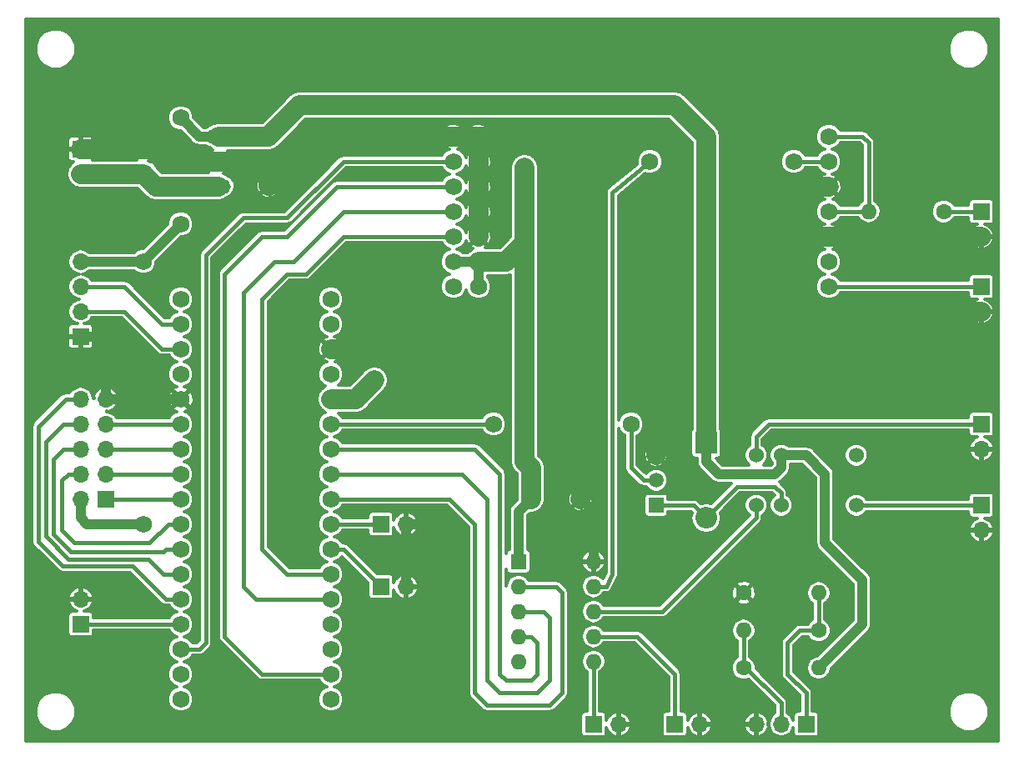
<source format=gbr>
G04 #@! TF.FileFunction,Copper,L2,Bot,Signal*
%FSLAX46Y46*%
G04 Gerber Fmt 4.6, Leading zero omitted, Abs format (unit mm)*
G04 Created by KiCad (PCBNEW 4.0.6-e0-6349~53~ubuntu16.04.1) date Wed May 10 18:42:03 2017*
%MOMM*%
%LPD*%
G01*
G04 APERTURE LIST*
%ADD10C,0.100000*%
%ADD11C,1.750000*%
%ADD12C,1.600000*%
%ADD13O,1.600000X1.600000*%
%ADD14C,1.524000*%
%ADD15R,1.700000X1.700000*%
%ADD16O,1.700000X1.700000*%
%ADD17R,1.600000X1.600000*%
%ADD18R,2.200000X2.200000*%
%ADD19O,2.200000X2.200000*%
%ADD20C,1.520000*%
%ADD21R,1.520000X1.520000*%
%ADD22O,2.499360X1.501140*%
%ADD23C,1.000000*%
%ADD24C,2.000000*%
%ADD25C,0.400000*%
%ADD26C,0.300000*%
G04 APERTURE END LIST*
D10*
D11*
X82296000Y62357000D03*
X82296000Y59817000D03*
X82296000Y54737000D03*
X82296000Y57277000D03*
X82296000Y49657000D03*
X82296000Y47117000D03*
X82296000Y52197000D03*
X46736000Y52197000D03*
X44196000Y52197000D03*
X44196000Y47117000D03*
X46736000Y47117000D03*
X46736000Y49657000D03*
X44196000Y49657000D03*
X44196000Y57277000D03*
X46736000Y57277000D03*
X46736000Y54737000D03*
X44196000Y54737000D03*
X44196000Y59817000D03*
X46736000Y59817000D03*
X46736000Y62357000D03*
X44196000Y62357000D03*
D12*
X93980000Y54737000D03*
D13*
X86360000Y54737000D03*
D12*
X52070000Y25527000D03*
X57070000Y25527000D03*
D14*
X74930000Y24892000D03*
X77470000Y24892000D03*
X85090000Y24892000D03*
X85090000Y29972000D03*
X77470000Y29972000D03*
X74930000Y29972000D03*
D15*
X80010000Y2667000D03*
D16*
X77470000Y2667000D03*
X74930000Y2667000D03*
D15*
X6350000Y12827000D03*
D16*
X6350000Y15367000D03*
D15*
X36830000Y22987000D03*
D16*
X39370000Y22987000D03*
D15*
X6350000Y61087000D03*
D16*
X6350000Y58547000D03*
D15*
X6350000Y42037000D03*
D16*
X6350000Y44577000D03*
X6350000Y47117000D03*
X6350000Y49657000D03*
D17*
X12700000Y58547000D03*
D12*
X12700000Y61047000D03*
X25400000Y62357000D03*
X25400000Y57357000D03*
D18*
X69850000Y31242000D03*
D19*
X69850000Y23622000D03*
D15*
X97790000Y33147000D03*
D16*
X97790000Y30607000D03*
D15*
X97790000Y24892000D03*
D16*
X97790000Y22352000D03*
D15*
X97790000Y54737000D03*
D16*
X97790000Y52197000D03*
D15*
X97790000Y47117000D03*
D16*
X97790000Y44577000D03*
D20*
X64770000Y27432000D03*
X64770000Y29972000D03*
D21*
X64770000Y24892000D03*
D22*
X20320000Y59817000D03*
X20320000Y57277000D03*
X20320000Y62357000D03*
D17*
X50800000Y19177000D03*
D13*
X58420000Y9017000D03*
X50800000Y16637000D03*
X58420000Y11557000D03*
X50800000Y14097000D03*
X58420000Y14097000D03*
X50800000Y11557000D03*
X58420000Y16637000D03*
X50800000Y9017000D03*
X58420000Y19177000D03*
D15*
X58420000Y2667000D03*
D16*
X60960000Y2667000D03*
D15*
X66675000Y2667000D03*
D16*
X69215000Y2667000D03*
D12*
X73660000Y8382000D03*
D13*
X81280000Y8382000D03*
D12*
X81280000Y12192000D03*
D13*
X73660000Y12192000D03*
D12*
X73660000Y16002000D03*
D13*
X81280000Y16002000D03*
D11*
X31750000Y5207000D03*
X16510000Y5207000D03*
X31750000Y45847000D03*
X16510000Y45847000D03*
X16510000Y40767000D03*
X16510000Y38227000D03*
X16510000Y35687000D03*
X16510000Y33147000D03*
X16510000Y30607000D03*
X16510000Y28067000D03*
X16510000Y25527000D03*
X16510000Y22987000D03*
X16510000Y20447000D03*
X16510000Y17907000D03*
X16510000Y15367000D03*
X16510000Y12827000D03*
X16510000Y10287000D03*
X16510000Y7747000D03*
X31750000Y7747000D03*
X31750000Y10287000D03*
X31750000Y12827000D03*
X31750000Y15367000D03*
X31750000Y17907000D03*
X31750000Y20447000D03*
X31750000Y22987000D03*
X31750000Y25527000D03*
X31750000Y28067000D03*
X31750000Y30607000D03*
X31750000Y33147000D03*
X31750000Y35687000D03*
X31750000Y38227000D03*
X31750000Y40767000D03*
X31750000Y43307000D03*
X16510000Y43307000D03*
D15*
X8890000Y25527000D03*
D16*
X6350000Y25527000D03*
X8890000Y28067000D03*
X6350000Y28067000D03*
X8890000Y30607000D03*
X6350000Y30607000D03*
X8890000Y33147000D03*
X6350000Y33147000D03*
X8890000Y35687000D03*
X6350000Y35687000D03*
D15*
X36830000Y16637000D03*
D16*
X39370000Y16637000D03*
D11*
X42545000Y35052000D03*
X42545000Y22987000D03*
X57150000Y42037000D03*
X36195000Y42037000D03*
X16510000Y53467000D03*
X16510000Y64262000D03*
X12700000Y22987000D03*
X12700000Y49657000D03*
X36195000Y37592000D03*
X51435000Y37592000D03*
X51435000Y65532000D03*
X51435000Y59182000D03*
X48260000Y33147000D03*
X62230000Y33147000D03*
X78740000Y59817000D03*
X64135000Y59817000D03*
D23*
X39370000Y22987000D02*
X42545000Y22987000D01*
X38735000Y39497000D02*
X36195000Y42037000D01*
X38735000Y38862000D02*
X38735000Y39497000D01*
X42545000Y35052000D02*
X38735000Y38862000D01*
X39370000Y22987000D02*
X39370000Y16637000D01*
X57070000Y25527000D02*
X57150000Y25527000D01*
X57150000Y25527000D02*
X58420000Y24257000D01*
X58420000Y24257000D02*
X58420000Y19177000D01*
X6350000Y42037000D02*
X8255000Y42037000D01*
X8890000Y41402000D02*
X8890000Y35687000D01*
X8255000Y42037000D02*
X8890000Y41402000D01*
X8890000Y35687000D02*
X16510000Y35687000D01*
D24*
X31750000Y40767000D02*
X34925000Y40767000D01*
X34925000Y40767000D02*
X36195000Y42037000D01*
X55245000Y62357000D02*
X65009998Y62357000D01*
X64770000Y33782000D02*
X64770000Y29972000D01*
X67310000Y36322000D02*
X64770000Y33782000D01*
X67310000Y60056998D02*
X67310000Y36322000D01*
X65009998Y62357000D02*
X67310000Y60056998D01*
X46736000Y62357000D02*
X55245000Y62357000D01*
X55245000Y62357000D02*
X55880000Y62357000D01*
X57150000Y61087000D02*
X57150000Y42037000D01*
X57150000Y42037000D02*
X57150000Y38227000D01*
X57150000Y38227000D02*
X57150000Y25607000D01*
X55880000Y62357000D02*
X57150000Y61087000D01*
X57150000Y25607000D02*
X57070000Y25527000D01*
X97790000Y44577000D02*
X76835000Y44577000D01*
X74930000Y46482000D02*
X74930000Y54102000D01*
X76835000Y44577000D02*
X74930000Y46482000D01*
X82296000Y52197000D02*
X97790000Y52197000D01*
X82296000Y57277000D02*
X76835000Y57277000D01*
X76835000Y57277000D02*
X74930000Y59182000D01*
X12700000Y61047000D02*
X12700000Y64897000D01*
X76835000Y52197000D02*
X82296000Y52197000D01*
X74930000Y54102000D02*
X76835000Y52197000D01*
X74930000Y63627000D02*
X74930000Y59182000D01*
X74930000Y59182000D02*
X74930000Y54102000D01*
X70485000Y68072000D02*
X74930000Y63627000D01*
X15875000Y68072000D02*
X70485000Y68072000D01*
X12700000Y64897000D02*
X15875000Y68072000D01*
X12700000Y61047000D02*
X12700000Y61087000D01*
X25400000Y57357000D02*
X25480000Y57357000D01*
X25480000Y57357000D02*
X30480000Y62357000D01*
X30480000Y62357000D02*
X39370000Y62357000D01*
X39370000Y62357000D02*
X46736000Y62357000D01*
X46736000Y62357000D02*
X46736000Y59817000D01*
X46736000Y59817000D02*
X46736000Y57277000D01*
X46736000Y57277000D02*
X46736000Y54737000D01*
X46736000Y54737000D02*
X46736000Y52197000D01*
X6350000Y61087000D02*
X12660000Y61087000D01*
X12660000Y61087000D02*
X16510000Y61087000D01*
X16510000Y61087000D02*
X17780000Y59817000D01*
X17780000Y59817000D02*
X24130000Y59817000D01*
X24130000Y59817000D02*
X25400000Y58547000D01*
X25400000Y58547000D02*
X25400000Y57357000D01*
D23*
X20320000Y62357000D02*
X18415000Y62357000D01*
X16510000Y53467000D02*
X12700000Y49657000D01*
X18415000Y62357000D02*
X16510000Y64262000D01*
X77470000Y29972000D02*
X80010000Y29972000D01*
X85725000Y12827000D02*
X81280000Y8382000D01*
X85725000Y17272000D02*
X85725000Y12827000D01*
X81915000Y21082000D02*
X85725000Y17272000D01*
X81915000Y28067000D02*
X81915000Y21082000D01*
X80010000Y29972000D02*
X81915000Y28067000D01*
X69850000Y31242000D02*
X69850000Y29337000D01*
X77470000Y28702000D02*
X77470000Y29972000D01*
X76835000Y28067000D02*
X77470000Y28702000D01*
X71120000Y28067000D02*
X76835000Y28067000D01*
X69850000Y29337000D02*
X71120000Y28067000D01*
X6350000Y25527000D02*
X6350000Y23622000D01*
X6350000Y23622000D02*
X6985000Y22987000D01*
X6985000Y22987000D02*
X12700000Y22987000D01*
X12700000Y49657000D02*
X6350000Y49657000D01*
D24*
X31750000Y35687000D02*
X34290000Y35687000D01*
X34290000Y35687000D02*
X36195000Y37592000D01*
X52070000Y28702000D02*
X52070000Y25527000D01*
X46736000Y49657000D02*
X49530000Y49657000D01*
X51435000Y51562000D02*
X49530000Y49657000D01*
X51435000Y59182000D02*
X51435000Y51562000D01*
X53975000Y65532000D02*
X66675000Y65532000D01*
X51435000Y65532000D02*
X53975000Y65532000D01*
X66675000Y65532000D02*
X69850000Y62357000D01*
X69850000Y62357000D02*
X69850000Y31242000D01*
X50165000Y65532000D02*
X51435000Y65532000D01*
X28575000Y65532000D02*
X50165000Y65532000D01*
X25400000Y62357000D02*
X28575000Y65532000D01*
D23*
X50800000Y19177000D02*
X50800000Y24257000D01*
X50800000Y24257000D02*
X52070000Y25527000D01*
D24*
X20320000Y62357000D02*
X25400000Y62357000D01*
D23*
X46736000Y49657000D02*
X46736000Y47117000D01*
X44196000Y49657000D02*
X46736000Y49657000D01*
D24*
X51435000Y51562000D02*
X51435000Y37592000D01*
X51435000Y37592000D02*
X51435000Y36322000D01*
X51435000Y36322000D02*
X51435000Y34417000D01*
X51435000Y34417000D02*
X51435000Y29337000D01*
X51435000Y29337000D02*
X52070000Y28702000D01*
D25*
X77470000Y24892000D02*
X77470000Y26162000D01*
X73025000Y26797000D02*
X69850000Y23622000D01*
X76835000Y26797000D02*
X73025000Y26797000D01*
X77470000Y26162000D02*
X76835000Y26797000D01*
X64770000Y24892000D02*
X68580000Y24892000D01*
X68580000Y24892000D02*
X69850000Y23622000D01*
X31750000Y28067000D02*
X45085000Y28067000D01*
X53340000Y14097000D02*
X50800000Y14097000D01*
X53975000Y13462000D02*
X53340000Y14097000D01*
X53975000Y7112000D02*
X53975000Y13462000D01*
X52705000Y5842000D02*
X53975000Y7112000D01*
X48895000Y5842000D02*
X52705000Y5842000D01*
X47625000Y7112000D02*
X48895000Y5842000D01*
X47625000Y25527000D02*
X47625000Y7112000D01*
X45085000Y28067000D02*
X47625000Y25527000D01*
X31750000Y25527000D02*
X43815000Y25527000D01*
X54610000Y16637000D02*
X50800000Y16637000D01*
X55245000Y16002000D02*
X54610000Y16637000D01*
X55245000Y5842000D02*
X55245000Y16002000D01*
X53975000Y4572000D02*
X55245000Y5842000D01*
X47625000Y4572000D02*
X53975000Y4572000D01*
X46355000Y5842000D02*
X47625000Y4572000D01*
X46355000Y22987000D02*
X46355000Y5842000D01*
X43815000Y25527000D02*
X46355000Y22987000D01*
X31750000Y22987000D02*
X36830000Y22987000D01*
X6350000Y12827000D02*
X16510000Y12827000D01*
X93980000Y54737000D02*
X97790000Y54737000D01*
X82296000Y47117000D02*
X97790000Y47117000D01*
X80010000Y2667000D02*
X80010000Y5842000D01*
X79375000Y12192000D02*
X81280000Y12192000D01*
X78105000Y10922000D02*
X79375000Y12192000D01*
X78105000Y7747000D02*
X78105000Y10922000D01*
X80010000Y5842000D02*
X78105000Y7747000D01*
X81280000Y12192000D02*
X81280000Y16002000D01*
X73660000Y8382000D02*
X73660000Y12192000D01*
X77470000Y2667000D02*
X77470000Y4826000D01*
X77470000Y4826000D02*
X73787000Y8509000D01*
X31750000Y33147000D02*
X48260000Y33147000D01*
X62230000Y33147000D02*
X62230000Y28702000D01*
X62230000Y28702000D02*
X63500000Y27432000D01*
X63500000Y27432000D02*
X64770000Y27432000D01*
X82296000Y54737000D02*
X86360000Y54737000D01*
X86360000Y54737000D02*
X86360000Y61722000D01*
X86360000Y61722000D02*
X85725000Y62357000D01*
X85725000Y62357000D02*
X82296000Y62357000D01*
X16510000Y10287000D02*
X18415000Y10287000D01*
X33020000Y59817000D02*
X44196000Y59817000D01*
X27305000Y54102000D02*
X33020000Y59817000D01*
X22860000Y54102000D02*
X27305000Y54102000D01*
X19050000Y50292000D02*
X22860000Y54102000D01*
X19050000Y10922000D02*
X19050000Y50292000D01*
X18415000Y10287000D02*
X19050000Y10922000D01*
X44196000Y57277000D02*
X32385000Y57277000D01*
X24765000Y7747000D02*
X31750000Y7747000D01*
X20955000Y11557000D02*
X24765000Y7747000D01*
X20955000Y48387000D02*
X20955000Y11557000D01*
X24765000Y52197000D02*
X20955000Y48387000D01*
X27305000Y52197000D02*
X24765000Y52197000D01*
X32385000Y57277000D02*
X27305000Y52197000D01*
X58420000Y16637000D02*
X59690000Y16637000D01*
X78740000Y59817000D02*
X82296000Y59817000D01*
X60325000Y56642000D02*
X64135000Y59817000D01*
X60325000Y17907000D02*
X60325000Y56642000D01*
X59690000Y16637000D02*
X60325000Y17907000D01*
X74930000Y24892000D02*
X74930000Y23622000D01*
X65405000Y14097000D02*
X58420000Y14097000D01*
X74930000Y23622000D02*
X65405000Y14097000D01*
D24*
X6350000Y58547000D02*
X12700000Y58547000D01*
X12700000Y58547000D02*
X13970000Y57277000D01*
X13970000Y57277000D02*
X20320000Y57277000D01*
D25*
X8890000Y33147000D02*
X16510000Y33147000D01*
X8890000Y30607000D02*
X16510000Y30607000D01*
X8890000Y28067000D02*
X16510000Y28067000D01*
X8890000Y25527000D02*
X16510000Y25527000D01*
X6350000Y28067000D02*
X5080000Y28067000D01*
X15240000Y22987000D02*
X16510000Y22987000D01*
X13335000Y21082000D02*
X15240000Y22987000D01*
X5715000Y21082000D02*
X13335000Y21082000D01*
X4445000Y22352000D02*
X5715000Y21082000D01*
X4445000Y27432000D02*
X4445000Y22352000D01*
X5080000Y28067000D02*
X4445000Y27432000D01*
X6350000Y30607000D02*
X4572000Y30607000D01*
X14986000Y20447000D02*
X16510000Y20447000D01*
X14732000Y20193000D02*
X14986000Y20447000D01*
X11684000Y20193000D02*
X14732000Y20193000D01*
X5334000Y20193000D02*
X11684000Y20193000D01*
X3556000Y21971000D02*
X5334000Y20193000D01*
X3556000Y29591000D02*
X3556000Y21971000D01*
X4572000Y30607000D02*
X3556000Y29591000D01*
X16510000Y40767000D02*
X14605000Y40767000D01*
X10795000Y44577000D02*
X6350000Y44577000D01*
X14605000Y40767000D02*
X10795000Y44577000D01*
X16510000Y43307000D02*
X14605000Y43307000D01*
X10795000Y47117000D02*
X6350000Y47117000D01*
X14605000Y43307000D02*
X10795000Y47117000D01*
X74930000Y29972000D02*
X74930000Y31877000D01*
X76200000Y33147000D02*
X97790000Y33147000D01*
X74930000Y31877000D02*
X76200000Y33147000D01*
X85090000Y24892000D02*
X97790000Y24892000D01*
X31750000Y20447000D02*
X33020000Y20447000D01*
X33020000Y20447000D02*
X36830000Y16637000D01*
X6350000Y33147000D02*
X4572000Y33147000D01*
X14732000Y17907000D02*
X16510000Y17907000D01*
X13208000Y19431000D02*
X14732000Y17907000D01*
X5106048Y19431000D02*
X13208000Y19431000D01*
X2794000Y21743048D02*
X5106048Y19431000D01*
X2794000Y31369000D02*
X2794000Y21743048D01*
X4572000Y33147000D02*
X2794000Y31369000D01*
X6350000Y35687000D02*
X4826000Y35687000D01*
X14986000Y15367000D02*
X16510000Y15367000D01*
X11622002Y18730998D02*
X14986000Y15367000D01*
X4510002Y18730998D02*
X11622002Y18730998D01*
X2032000Y21209000D02*
X4510002Y18730998D01*
X2032000Y32893000D02*
X2032000Y21209000D01*
X4826000Y35687000D02*
X2032000Y32893000D01*
X31750000Y30607000D02*
X46355000Y30607000D01*
X52070000Y11557000D02*
X50800000Y11557000D01*
X52705000Y10922000D02*
X52070000Y11557000D01*
X52705000Y7747000D02*
X52705000Y10922000D01*
X52070000Y7112000D02*
X52705000Y7747000D01*
X49530000Y7112000D02*
X52070000Y7112000D01*
X48895000Y7747000D02*
X49530000Y7112000D01*
X48895000Y28067000D02*
X48895000Y7747000D01*
X46355000Y30607000D02*
X48895000Y28067000D01*
X58420000Y9017000D02*
X58420000Y2667000D01*
X58420000Y11557000D02*
X62865000Y11557000D01*
X66675000Y7747000D02*
X66675000Y2667000D01*
X62865000Y11557000D02*
X66675000Y7747000D01*
X44196000Y52197000D02*
X33020000Y52197000D01*
X27305000Y17907000D02*
X31750000Y17907000D01*
X24765000Y20447000D02*
X27305000Y17907000D01*
X24765000Y45847000D02*
X24765000Y20447000D01*
X27305000Y48387000D02*
X24765000Y45847000D01*
X29210000Y48387000D02*
X27305000Y48387000D01*
X33020000Y52197000D02*
X29210000Y48387000D01*
X31750000Y15367000D02*
X24130000Y15367000D01*
X33020000Y54737000D02*
X44196000Y54737000D01*
X27940000Y49657000D02*
X33020000Y54737000D01*
X26035000Y49657000D02*
X27940000Y49657000D01*
X22860000Y46482000D02*
X26035000Y49657000D01*
X22860000Y16637000D02*
X22860000Y46482000D01*
X24130000Y15367000D02*
X22860000Y16637000D01*
D26*
G36*
X99545000Y912000D02*
X785000Y912000D01*
X785000Y3531019D01*
X1759645Y3531019D01*
X2071081Y2777285D01*
X2647252Y2200108D01*
X3400441Y1887357D01*
X4215981Y1886645D01*
X4969715Y2198081D01*
X5546892Y2774252D01*
X5855307Y3517000D01*
X57111184Y3517000D01*
X57111184Y1817000D01*
X57142562Y1650240D01*
X57241117Y1497081D01*
X57391495Y1394332D01*
X57570000Y1358184D01*
X59270000Y1358184D01*
X59436760Y1389562D01*
X59589919Y1488117D01*
X59692668Y1638495D01*
X59728816Y1817000D01*
X59728816Y2292784D01*
X59907094Y1904496D01*
X60279039Y1559608D01*
X60658469Y1402453D01*
X60860000Y1483718D01*
X60860000Y2567000D01*
X61060000Y2567000D01*
X61060000Y1483718D01*
X61261531Y1402453D01*
X61640961Y1559608D01*
X62012906Y1904496D01*
X62224556Y2365468D01*
X62143657Y2567000D01*
X61060000Y2567000D01*
X60860000Y2567000D01*
X60840000Y2567000D01*
X60840000Y2767000D01*
X60860000Y2767000D01*
X60860000Y3850282D01*
X61060000Y3850282D01*
X61060000Y2767000D01*
X62143657Y2767000D01*
X62224556Y2968532D01*
X62012906Y3429504D01*
X61640961Y3774392D01*
X61261531Y3931547D01*
X61060000Y3850282D01*
X60860000Y3850282D01*
X60658469Y3931547D01*
X60279039Y3774392D01*
X59907094Y3429504D01*
X59728816Y3041216D01*
X59728816Y3517000D01*
X59697438Y3683760D01*
X59598883Y3836919D01*
X59448505Y3939668D01*
X59270000Y3975816D01*
X59070000Y3975816D01*
X59070000Y7960478D01*
X59328372Y8133117D01*
X59599338Y8538646D01*
X59694489Y9017000D01*
X59599338Y9495354D01*
X59328372Y9900883D01*
X58922843Y10171849D01*
X58444489Y10267000D01*
X58395511Y10267000D01*
X57917157Y10171849D01*
X57511628Y9900883D01*
X57240662Y9495354D01*
X57145511Y9017000D01*
X57240662Y8538646D01*
X57511628Y8133117D01*
X57770000Y7960478D01*
X57770000Y3975816D01*
X57570000Y3975816D01*
X57403240Y3944438D01*
X57250081Y3845883D01*
X57147332Y3695505D01*
X57111184Y3517000D01*
X5855307Y3517000D01*
X5859643Y3527441D01*
X5860355Y4342981D01*
X5548919Y5096715D01*
X4972748Y5673892D01*
X4219559Y5986643D01*
X3404019Y5987355D01*
X2650285Y5675919D01*
X2073108Y5099748D01*
X1760357Y4346559D01*
X1759645Y3531019D01*
X785000Y3531019D01*
X785000Y15668531D01*
X5085453Y15668531D01*
X5166718Y15467000D01*
X6250000Y15467000D01*
X6250000Y16550657D01*
X6450000Y16550657D01*
X6450000Y15467000D01*
X7533282Y15467000D01*
X7614547Y15668531D01*
X7457392Y16047961D01*
X7112504Y16419906D01*
X6651532Y16631556D01*
X6450000Y16550657D01*
X6250000Y16550657D01*
X6048468Y16631556D01*
X5587496Y16419906D01*
X5242608Y16047961D01*
X5085453Y15668531D01*
X785000Y15668531D01*
X785000Y32893000D01*
X1382000Y32893000D01*
X1382000Y21209000D01*
X1406179Y21087444D01*
X1431478Y20960255D01*
X1572381Y20749381D01*
X4050383Y18271379D01*
X4261257Y18130476D01*
X4302526Y18122267D01*
X4510002Y18080998D01*
X11352764Y18080998D01*
X14526381Y14907380D01*
X14737256Y14766478D01*
X14986000Y14717000D01*
X15344923Y14717000D01*
X15386065Y14617428D01*
X15758468Y14244375D01*
X16113659Y14096887D01*
X15760428Y13950935D01*
X15387375Y13578532D01*
X15345215Y13477000D01*
X7658816Y13477000D01*
X7658816Y13677000D01*
X7627438Y13843760D01*
X7528883Y13996919D01*
X7378505Y14099668D01*
X7200000Y14135816D01*
X6724216Y14135816D01*
X7112504Y14314094D01*
X7457392Y14686039D01*
X7614547Y15065469D01*
X7533282Y15267000D01*
X6450000Y15267000D01*
X6450000Y15247000D01*
X6250000Y15247000D01*
X6250000Y15267000D01*
X5166718Y15267000D01*
X5085453Y15065469D01*
X5242608Y14686039D01*
X5587496Y14314094D01*
X5975784Y14135816D01*
X5500000Y14135816D01*
X5333240Y14104438D01*
X5180081Y14005883D01*
X5077332Y13855505D01*
X5041184Y13677000D01*
X5041184Y11977000D01*
X5072562Y11810240D01*
X5171117Y11657081D01*
X5321495Y11554332D01*
X5500000Y11518184D01*
X7200000Y11518184D01*
X7366760Y11549562D01*
X7519919Y11648117D01*
X7622668Y11798495D01*
X7658816Y11977000D01*
X7658816Y12177000D01*
X15344923Y12177000D01*
X15386065Y12077428D01*
X15758468Y11704375D01*
X16113659Y11556887D01*
X15760428Y11410935D01*
X15387375Y11038532D01*
X15185231Y10551715D01*
X15184771Y10024598D01*
X15386065Y9537428D01*
X15758468Y9164375D01*
X16113659Y9016887D01*
X15760428Y8870935D01*
X15387375Y8498532D01*
X15185231Y8011715D01*
X15184771Y7484598D01*
X15386065Y6997428D01*
X15758468Y6624375D01*
X16113659Y6476887D01*
X15760428Y6330935D01*
X15387375Y5958532D01*
X15185231Y5471715D01*
X15184771Y4944598D01*
X15386065Y4457428D01*
X15758468Y4084375D01*
X16245285Y3882231D01*
X16772402Y3881771D01*
X17259572Y4083065D01*
X17632625Y4455468D01*
X17834769Y4942285D01*
X17835229Y5469402D01*
X17633935Y5956572D01*
X17261532Y6329625D01*
X16906341Y6477113D01*
X17259572Y6623065D01*
X17632625Y6995468D01*
X17834769Y7482285D01*
X17835229Y8009402D01*
X17633935Y8496572D01*
X17261532Y8869625D01*
X16906341Y9017113D01*
X17259572Y9163065D01*
X17632625Y9535468D01*
X17674785Y9637000D01*
X18415000Y9637000D01*
X18622476Y9678269D01*
X18663745Y9686478D01*
X18874619Y9827381D01*
X19509620Y10462381D01*
X19650522Y10673256D01*
X19700000Y10922000D01*
X19700000Y50022762D01*
X23129239Y53452000D01*
X27305000Y53452000D01*
X27512476Y53493269D01*
X27553745Y53501478D01*
X27764619Y53642381D01*
X33289239Y59167000D01*
X43030923Y59167000D01*
X43072065Y59067428D01*
X43444468Y58694375D01*
X43799659Y58546887D01*
X43446428Y58400935D01*
X43073375Y58028532D01*
X43031215Y57927000D01*
X32385000Y57927000D01*
X32177524Y57885731D01*
X32136255Y57877522D01*
X31925381Y57736619D01*
X27035762Y52847000D01*
X24765000Y52847000D01*
X24516256Y52797522D01*
X24305381Y52656620D01*
X20495381Y48846619D01*
X20354478Y48635745D01*
X20346269Y48594476D01*
X20305000Y48387000D01*
X20305000Y11557000D01*
X20334054Y11410935D01*
X20354478Y11308255D01*
X20495381Y11097381D01*
X24305381Y7287380D01*
X24516256Y7146478D01*
X24765000Y7097000D01*
X30584923Y7097000D01*
X30626065Y6997428D01*
X30998468Y6624375D01*
X31353659Y6476887D01*
X31000428Y6330935D01*
X30627375Y5958532D01*
X30425231Y5471715D01*
X30424771Y4944598D01*
X30626065Y4457428D01*
X30998468Y4084375D01*
X31485285Y3882231D01*
X32012402Y3881771D01*
X32499572Y4083065D01*
X32872625Y4455468D01*
X33074769Y4942285D01*
X33075229Y5469402D01*
X32873935Y5956572D01*
X32501532Y6329625D01*
X32146341Y6477113D01*
X32499572Y6623065D01*
X32872625Y6995468D01*
X33074769Y7482285D01*
X33075229Y8009402D01*
X32873935Y8496572D01*
X32501532Y8869625D01*
X32146341Y9017113D01*
X32499572Y9163065D01*
X32872625Y9535468D01*
X33074769Y10022285D01*
X33075229Y10549402D01*
X32873935Y11036572D01*
X32501532Y11409625D01*
X32146341Y11557113D01*
X32499572Y11703065D01*
X32872625Y12075468D01*
X33074769Y12562285D01*
X33075229Y13089402D01*
X32873935Y13576572D01*
X32501532Y13949625D01*
X32146341Y14097113D01*
X32499572Y14243065D01*
X32872625Y14615468D01*
X33074769Y15102285D01*
X33075229Y15629402D01*
X32873935Y16116572D01*
X32501532Y16489625D01*
X32146341Y16637113D01*
X32499572Y16783065D01*
X32872625Y17155468D01*
X33074769Y17642285D01*
X33075229Y18169402D01*
X32873935Y18656572D01*
X32501532Y19029625D01*
X32146341Y19177113D01*
X32499572Y19323065D01*
X32862451Y19685311D01*
X35521184Y17026577D01*
X35521184Y15787000D01*
X35552562Y15620240D01*
X35651117Y15467081D01*
X35801495Y15364332D01*
X35980000Y15328184D01*
X37680000Y15328184D01*
X37846760Y15359562D01*
X37999919Y15458117D01*
X38102668Y15608495D01*
X38138816Y15787000D01*
X38138816Y16262784D01*
X38317094Y15874496D01*
X38689039Y15529608D01*
X39068469Y15372453D01*
X39270000Y15453718D01*
X39270000Y16537000D01*
X39470000Y16537000D01*
X39470000Y15453718D01*
X39671531Y15372453D01*
X40050961Y15529608D01*
X40422906Y15874496D01*
X40634556Y16335468D01*
X40553657Y16537000D01*
X39470000Y16537000D01*
X39270000Y16537000D01*
X39250000Y16537000D01*
X39250000Y16737000D01*
X39270000Y16737000D01*
X39270000Y17820282D01*
X39470000Y17820282D01*
X39470000Y16737000D01*
X40553657Y16737000D01*
X40634556Y16938532D01*
X40422906Y17399504D01*
X40050961Y17744392D01*
X39671531Y17901547D01*
X39470000Y17820282D01*
X39270000Y17820282D01*
X39068469Y17901547D01*
X38689039Y17744392D01*
X38317094Y17399504D01*
X38138816Y17011216D01*
X38138816Y17487000D01*
X38107438Y17653760D01*
X38008883Y17806919D01*
X37858505Y17909668D01*
X37680000Y17945816D01*
X36440423Y17945816D01*
X33479619Y20906619D01*
X33268745Y21047522D01*
X33227476Y21055731D01*
X33020000Y21097000D01*
X32915077Y21097000D01*
X32873935Y21196572D01*
X32501532Y21569625D01*
X32146341Y21717113D01*
X32499572Y21863065D01*
X32872625Y22235468D01*
X32914785Y22337000D01*
X35521184Y22337000D01*
X35521184Y22137000D01*
X35552562Y21970240D01*
X35651117Y21817081D01*
X35801495Y21714332D01*
X35980000Y21678184D01*
X37680000Y21678184D01*
X37846760Y21709562D01*
X37999919Y21808117D01*
X38102668Y21958495D01*
X38138816Y22137000D01*
X38138816Y22612784D01*
X38317094Y22224496D01*
X38689039Y21879608D01*
X39068469Y21722453D01*
X39270000Y21803718D01*
X39270000Y22887000D01*
X39470000Y22887000D01*
X39470000Y21803718D01*
X39671531Y21722453D01*
X40050961Y21879608D01*
X40422906Y22224496D01*
X40634556Y22685468D01*
X40553657Y22887000D01*
X39470000Y22887000D01*
X39270000Y22887000D01*
X39250000Y22887000D01*
X39250000Y23087000D01*
X39270000Y23087000D01*
X39270000Y24170282D01*
X39470000Y24170282D01*
X39470000Y23087000D01*
X40553657Y23087000D01*
X40634556Y23288532D01*
X40422906Y23749504D01*
X40050961Y24094392D01*
X39671531Y24251547D01*
X39470000Y24170282D01*
X39270000Y24170282D01*
X39068469Y24251547D01*
X38689039Y24094392D01*
X38317094Y23749504D01*
X38138816Y23361216D01*
X38138816Y23837000D01*
X38107438Y24003760D01*
X38008883Y24156919D01*
X37858505Y24259668D01*
X37680000Y24295816D01*
X35980000Y24295816D01*
X35813240Y24264438D01*
X35660081Y24165883D01*
X35557332Y24015505D01*
X35521184Y23837000D01*
X35521184Y23637000D01*
X32915077Y23637000D01*
X32873935Y23736572D01*
X32501532Y24109625D01*
X32146341Y24257113D01*
X32499572Y24403065D01*
X32872625Y24775468D01*
X32914785Y24877000D01*
X43545762Y24877000D01*
X45705000Y22717761D01*
X45705000Y5842000D01*
X45738439Y5673892D01*
X45754478Y5593255D01*
X45895381Y5382381D01*
X47165380Y4112381D01*
X47376255Y3971478D01*
X47417524Y3963269D01*
X47625000Y3922000D01*
X53975000Y3922000D01*
X54182476Y3963269D01*
X54223745Y3971478D01*
X54434619Y4112381D01*
X55704619Y5382380D01*
X55845522Y5593255D01*
X55861561Y5673892D01*
X55895000Y5842000D01*
X55895000Y11557000D01*
X57145511Y11557000D01*
X57240662Y11078646D01*
X57511628Y10673117D01*
X57917157Y10402151D01*
X58395511Y10307000D01*
X58444489Y10307000D01*
X58922843Y10402151D01*
X59328372Y10673117D01*
X59484648Y10907000D01*
X62595762Y10907000D01*
X66025000Y7477761D01*
X66025000Y3975816D01*
X65825000Y3975816D01*
X65658240Y3944438D01*
X65505081Y3845883D01*
X65402332Y3695505D01*
X65366184Y3517000D01*
X65366184Y1817000D01*
X65397562Y1650240D01*
X65496117Y1497081D01*
X65646495Y1394332D01*
X65825000Y1358184D01*
X67525000Y1358184D01*
X67691760Y1389562D01*
X67844919Y1488117D01*
X67947668Y1638495D01*
X67983816Y1817000D01*
X67983816Y2292784D01*
X68162094Y1904496D01*
X68534039Y1559608D01*
X68913469Y1402453D01*
X69115000Y1483718D01*
X69115000Y2567000D01*
X69315000Y2567000D01*
X69315000Y1483718D01*
X69516531Y1402453D01*
X69895961Y1559608D01*
X70267906Y1904496D01*
X70479556Y2365468D01*
X73665444Y2365468D01*
X73877094Y1904496D01*
X74249039Y1559608D01*
X74628469Y1402453D01*
X74830000Y1483718D01*
X74830000Y2567000D01*
X73746343Y2567000D01*
X73665444Y2365468D01*
X70479556Y2365468D01*
X70398657Y2567000D01*
X69315000Y2567000D01*
X69115000Y2567000D01*
X69095000Y2567000D01*
X69095000Y2767000D01*
X69115000Y2767000D01*
X69115000Y3850282D01*
X69315000Y3850282D01*
X69315000Y2767000D01*
X70398657Y2767000D01*
X70479556Y2968532D01*
X73665444Y2968532D01*
X73746343Y2767000D01*
X74830000Y2767000D01*
X74830000Y3850282D01*
X74628469Y3931547D01*
X74249039Y3774392D01*
X73877094Y3429504D01*
X73665444Y2968532D01*
X70479556Y2968532D01*
X70267906Y3429504D01*
X69895961Y3774392D01*
X69516531Y3931547D01*
X69315000Y3850282D01*
X69115000Y3850282D01*
X68913469Y3931547D01*
X68534039Y3774392D01*
X68162094Y3429504D01*
X67983816Y3041216D01*
X67983816Y3517000D01*
X67952438Y3683760D01*
X67853883Y3836919D01*
X67703505Y3939668D01*
X67525000Y3975816D01*
X67325000Y3975816D01*
X67325000Y7747000D01*
X67275522Y7995744D01*
X67266396Y8009402D01*
X67134620Y8206619D01*
X63324619Y12016619D01*
X63113745Y12157522D01*
X63072476Y12165731D01*
X62940412Y12192000D01*
X72385511Y12192000D01*
X72480662Y11713646D01*
X72751628Y11308117D01*
X73010000Y11135478D01*
X73010000Y9465927D01*
X72952857Y9442316D01*
X72600919Y9090993D01*
X72410217Y8631731D01*
X72409783Y8134450D01*
X72599684Y7674857D01*
X72951007Y7322919D01*
X73410269Y7132217D01*
X73907550Y7131783D01*
X74146320Y7230441D01*
X76820000Y4556761D01*
X76820000Y3791607D01*
X76550761Y3611708D01*
X76268957Y3189957D01*
X76184826Y2767002D01*
X76113658Y2767002D01*
X76194556Y2968532D01*
X75982906Y3429504D01*
X75610961Y3774392D01*
X75231531Y3931547D01*
X75030000Y3850282D01*
X75030000Y2767000D01*
X75050000Y2767000D01*
X75050000Y2567000D01*
X75030000Y2567000D01*
X75030000Y1483718D01*
X75231531Y1402453D01*
X75610961Y1559608D01*
X75982906Y1904496D01*
X76194556Y2365468D01*
X76113658Y2566998D01*
X76184826Y2566998D01*
X76268957Y2144043D01*
X76550761Y1722292D01*
X76972512Y1440488D01*
X77470000Y1341531D01*
X77967488Y1440488D01*
X78389239Y1722292D01*
X78671043Y2144043D01*
X78701184Y2295571D01*
X78701184Y1817000D01*
X78732562Y1650240D01*
X78831117Y1497081D01*
X78981495Y1394332D01*
X79160000Y1358184D01*
X80860000Y1358184D01*
X81026760Y1389562D01*
X81179919Y1488117D01*
X81282668Y1638495D01*
X81318816Y1817000D01*
X81318816Y3517000D01*
X81316179Y3531019D01*
X94469645Y3531019D01*
X94781081Y2777285D01*
X95357252Y2200108D01*
X96110441Y1887357D01*
X96925981Y1886645D01*
X97679715Y2198081D01*
X98256892Y2774252D01*
X98569643Y3527441D01*
X98570355Y4342981D01*
X98258919Y5096715D01*
X97682748Y5673892D01*
X96929559Y5986643D01*
X96114019Y5987355D01*
X95360285Y5675919D01*
X94783108Y5099748D01*
X94470357Y4346559D01*
X94469645Y3531019D01*
X81316179Y3531019D01*
X81287438Y3683760D01*
X81188883Y3836919D01*
X81038505Y3939668D01*
X80860000Y3975816D01*
X80660000Y3975816D01*
X80660000Y5842000D01*
X80610522Y6090744D01*
X80610521Y6090745D01*
X80469620Y6301619D01*
X78755000Y8016238D01*
X78755000Y10652762D01*
X79644239Y11542000D01*
X80196073Y11542000D01*
X80219684Y11484857D01*
X80571007Y11132919D01*
X81030269Y10942217D01*
X81527550Y10941783D01*
X81987143Y11131684D01*
X82339081Y11483007D01*
X82529783Y11942269D01*
X82530217Y12439550D01*
X82340316Y12899143D01*
X81988993Y13251081D01*
X81930000Y13275577D01*
X81930000Y14945478D01*
X82188372Y15118117D01*
X82459338Y15523646D01*
X82554489Y16002000D01*
X82459338Y16480354D01*
X82188372Y16885883D01*
X81782843Y17156849D01*
X81304489Y17252000D01*
X81255511Y17252000D01*
X80777157Y17156849D01*
X80371628Y16885883D01*
X80100662Y16480354D01*
X80005511Y16002000D01*
X80100662Y15523646D01*
X80371628Y15118117D01*
X80630000Y14945478D01*
X80630000Y13275927D01*
X80572857Y13252316D01*
X80220919Y12900993D01*
X80196423Y12842000D01*
X79375000Y12842000D01*
X79167524Y12800731D01*
X79126255Y12792522D01*
X78915380Y12651619D01*
X77645381Y11381619D01*
X77504478Y11170745D01*
X77504478Y11170744D01*
X77455000Y10922000D01*
X77455000Y7747000D01*
X77489885Y7571619D01*
X77504478Y7498255D01*
X77645381Y7287381D01*
X79360000Y5572761D01*
X79360000Y3975816D01*
X79160000Y3975816D01*
X78993240Y3944438D01*
X78840081Y3845883D01*
X78737332Y3695505D01*
X78701184Y3517000D01*
X78701184Y3038429D01*
X78671043Y3189957D01*
X78389239Y3611708D01*
X78120000Y3791607D01*
X78120000Y4826000D01*
X78070522Y5074744D01*
X78053815Y5099748D01*
X77929620Y5285619D01*
X74909934Y8305304D01*
X74910217Y8629550D01*
X74720316Y9089143D01*
X74368993Y9441081D01*
X74310000Y9465577D01*
X74310000Y11135478D01*
X74568372Y11308117D01*
X74839338Y11713646D01*
X74934489Y12192000D01*
X74839338Y12670354D01*
X74568372Y13075883D01*
X74162843Y13346849D01*
X73684489Y13442000D01*
X73635511Y13442000D01*
X73157157Y13346849D01*
X72751628Y13075883D01*
X72480662Y12670354D01*
X72385511Y12192000D01*
X62940412Y12192000D01*
X62865000Y12207000D01*
X59484648Y12207000D01*
X59328372Y12440883D01*
X58922843Y12711849D01*
X58444489Y12807000D01*
X58395511Y12807000D01*
X57917157Y12711849D01*
X57511628Y12440883D01*
X57240662Y12035354D01*
X57145511Y11557000D01*
X55895000Y11557000D01*
X55895000Y14097000D01*
X57145511Y14097000D01*
X57240662Y13618646D01*
X57511628Y13213117D01*
X57917157Y12942151D01*
X58395511Y12847000D01*
X58444489Y12847000D01*
X58922843Y12942151D01*
X59328372Y13213117D01*
X59484648Y13447000D01*
X65405000Y13447000D01*
X65612476Y13488269D01*
X65653745Y13496478D01*
X65864619Y13637381D01*
X67339925Y15112687D01*
X72912109Y15112687D01*
X72994085Y14915317D01*
X73460631Y14743201D01*
X73957528Y14762726D01*
X74325915Y14915317D01*
X74407891Y15112687D01*
X73660000Y15860579D01*
X72912109Y15112687D01*
X67339925Y15112687D01*
X68428607Y16201369D01*
X72401201Y16201369D01*
X72420726Y15704472D01*
X72573317Y15336085D01*
X72770687Y15254109D01*
X73518579Y16002000D01*
X73801421Y16002000D01*
X74549313Y15254109D01*
X74746683Y15336085D01*
X74918799Y15802631D01*
X74899274Y16299528D01*
X74746683Y16667915D01*
X74549313Y16749891D01*
X73801421Y16002000D01*
X73518579Y16002000D01*
X72770687Y16749891D01*
X72573317Y16667915D01*
X72401201Y16201369D01*
X68428607Y16201369D01*
X69118551Y16891313D01*
X72912109Y16891313D01*
X73660000Y16143421D01*
X74407891Y16891313D01*
X74325915Y17088683D01*
X73859369Y17260799D01*
X73362472Y17241274D01*
X72994085Y17088683D01*
X72912109Y16891313D01*
X69118551Y16891313D01*
X75389619Y23162380D01*
X75530522Y23373255D01*
X75562825Y23535657D01*
X75580000Y23622000D01*
X75580000Y23849189D01*
X75615646Y23863918D01*
X75956884Y24204561D01*
X76141789Y24649861D01*
X76142209Y25132024D01*
X75958082Y25577646D01*
X75617439Y25918884D01*
X75172139Y26103789D01*
X74689976Y26104209D01*
X74244354Y25920082D01*
X73903116Y25579439D01*
X73718211Y25134139D01*
X73717791Y24651976D01*
X73901918Y24206354D01*
X74242561Y23865116D01*
X74250557Y23861796D01*
X65135762Y14747000D01*
X59484648Y14747000D01*
X59328372Y14980883D01*
X58922843Y15251849D01*
X58444489Y15347000D01*
X58395511Y15347000D01*
X57917157Y15251849D01*
X57511628Y14980883D01*
X57240662Y14575354D01*
X57145511Y14097000D01*
X55895000Y14097000D01*
X55895000Y16002000D01*
X55845522Y16250744D01*
X55704620Y16461619D01*
X55529239Y16637000D01*
X57145511Y16637000D01*
X57240662Y16158646D01*
X57511628Y15753117D01*
X57917157Y15482151D01*
X58395511Y15387000D01*
X58444489Y15387000D01*
X58922843Y15482151D01*
X59328372Y15753117D01*
X59484648Y15987000D01*
X59690000Y15987000D01*
X59792183Y16007325D01*
X59895548Y16020356D01*
X59915837Y16031922D01*
X59938744Y16036478D01*
X60025366Y16094358D01*
X60115882Y16145955D01*
X60130203Y16164408D01*
X60149619Y16177381D01*
X60207495Y16263998D01*
X60271378Y16346311D01*
X60906378Y17616311D01*
X60912547Y17638838D01*
X60925522Y17658256D01*
X60945847Y17760436D01*
X60973365Y17860922D01*
X60970444Y17884094D01*
X60975000Y17907000D01*
X60975000Y32714630D01*
X61106065Y32397428D01*
X61478468Y32024375D01*
X61580000Y31982215D01*
X61580000Y28702000D01*
X61591977Y28641789D01*
X61629478Y28453255D01*
X61770381Y28242381D01*
X63040380Y26972381D01*
X63251255Y26831478D01*
X63292524Y26823269D01*
X63500000Y26782000D01*
X63729353Y26782000D01*
X63743614Y26747486D01*
X64083695Y26406810D01*
X64528260Y26222211D01*
X65009628Y26221791D01*
X65454514Y26405614D01*
X65795190Y26745695D01*
X65979789Y27190260D01*
X65980209Y27671628D01*
X65796386Y28116514D01*
X65456305Y28457190D01*
X65011740Y28641789D01*
X64530372Y28642209D01*
X64085486Y28458386D01*
X63744810Y28118305D01*
X63741325Y28109913D01*
X62880000Y28971238D01*
X62880000Y29111637D01*
X64051058Y29111637D01*
X64128134Y28918417D01*
X64580182Y28752985D01*
X65061127Y28773137D01*
X65411866Y28918417D01*
X65488942Y29111637D01*
X64770000Y29830579D01*
X64051058Y29111637D01*
X62880000Y29111637D01*
X62880000Y30161818D01*
X63550985Y30161818D01*
X63571137Y29680873D01*
X63716417Y29330134D01*
X63909637Y29253058D01*
X64628579Y29972000D01*
X64911421Y29972000D01*
X65630363Y29253058D01*
X65823583Y29330134D01*
X65989015Y29782182D01*
X65968863Y30263127D01*
X65823583Y30613866D01*
X65630363Y30690942D01*
X64911421Y29972000D01*
X64628579Y29972000D01*
X63909637Y30690942D01*
X63716417Y30613866D01*
X63550985Y30161818D01*
X62880000Y30161818D01*
X62880000Y30832363D01*
X64051058Y30832363D01*
X64770000Y30113421D01*
X65488942Y30832363D01*
X65411866Y31025583D01*
X64959818Y31191015D01*
X64478873Y31170863D01*
X64128134Y31025583D01*
X64051058Y30832363D01*
X62880000Y30832363D01*
X62880000Y31981923D01*
X62979572Y32023065D01*
X63352625Y32395468D01*
X63554769Y32882285D01*
X63555229Y33409402D01*
X63353935Y33896572D01*
X62981532Y34269625D01*
X62494715Y34471769D01*
X61967598Y34472229D01*
X61480428Y34270935D01*
X61107375Y33898532D01*
X60975000Y33579737D01*
X60975000Y56337556D01*
X63663598Y58578055D01*
X63870285Y58492231D01*
X64397402Y58491771D01*
X64884572Y58693065D01*
X65257625Y59065468D01*
X65459769Y59552285D01*
X65460229Y60079402D01*
X65258935Y60566572D01*
X64886532Y60939625D01*
X64399715Y61141769D01*
X63872598Y61142229D01*
X63385428Y60940935D01*
X63012375Y60568532D01*
X62810231Y60081715D01*
X62809775Y59558756D01*
X59908880Y57141344D01*
X59890151Y57118170D01*
X59865381Y57101619D01*
X59810999Y57020231D01*
X59749465Y56944092D01*
X59741031Y56915517D01*
X59724478Y56890744D01*
X59705379Y56794729D01*
X59677670Y56700848D01*
X59680813Y56671223D01*
X59675000Y56642000D01*
X59675000Y18060445D01*
X59372327Y17455099D01*
X59328372Y17520883D01*
X58922843Y17791849D01*
X58444489Y17887000D01*
X58395511Y17887000D01*
X57917157Y17791849D01*
X57511628Y17520883D01*
X57240662Y17115354D01*
X57145511Y16637000D01*
X55529239Y16637000D01*
X55069619Y17096619D01*
X54858745Y17237522D01*
X54817476Y17245731D01*
X54610000Y17287000D01*
X51864648Y17287000D01*
X51708372Y17520883D01*
X51302843Y17791849D01*
X50824489Y17887000D01*
X50775511Y17887000D01*
X50297157Y17791849D01*
X49891628Y17520883D01*
X49620662Y17115354D01*
X49545000Y16734977D01*
X49545000Y18356720D01*
X49572562Y18210240D01*
X49671117Y18057081D01*
X49821495Y17954332D01*
X50000000Y17918184D01*
X51600000Y17918184D01*
X51766760Y17949562D01*
X51919919Y18048117D01*
X52022668Y18198495D01*
X52058816Y18377000D01*
X52058816Y18883315D01*
X57204990Y18883315D01*
X57353184Y18525520D01*
X57683701Y18166858D01*
X58126313Y17961981D01*
X58320000Y18043497D01*
X58320000Y19077000D01*
X58520000Y19077000D01*
X58520000Y18043497D01*
X58713687Y17961981D01*
X59156299Y18166858D01*
X59486816Y18525520D01*
X59635010Y18883315D01*
X59553096Y19077000D01*
X58520000Y19077000D01*
X58320000Y19077000D01*
X57286904Y19077000D01*
X57204990Y18883315D01*
X52058816Y18883315D01*
X52058816Y19470685D01*
X57204990Y19470685D01*
X57286904Y19277000D01*
X58320000Y19277000D01*
X58320000Y20310503D01*
X58520000Y20310503D01*
X58520000Y19277000D01*
X59553096Y19277000D01*
X59635010Y19470685D01*
X59486816Y19828480D01*
X59156299Y20187142D01*
X58713687Y20392019D01*
X58520000Y20310503D01*
X58320000Y20310503D01*
X58126313Y20392019D01*
X57683701Y20187142D01*
X57353184Y19828480D01*
X57204990Y19470685D01*
X52058816Y19470685D01*
X52058816Y19977000D01*
X52027438Y20143760D01*
X51928883Y20296919D01*
X51778505Y20399668D01*
X51750000Y20405440D01*
X51750000Y23863498D01*
X51981172Y24094669D01*
X52070000Y24077000D01*
X52624891Y24187375D01*
X53095305Y24501695D01*
X53186171Y24637687D01*
X56322109Y24637687D01*
X56404085Y24440317D01*
X56870631Y24268201D01*
X57367528Y24287726D01*
X57735915Y24440317D01*
X57817891Y24637687D01*
X57070000Y25385579D01*
X56322109Y24637687D01*
X53186171Y24637687D01*
X53409625Y24972109D01*
X53520000Y25527000D01*
X53520000Y25726369D01*
X55811201Y25726369D01*
X55830726Y25229472D01*
X55983317Y24861085D01*
X56180687Y24779109D01*
X56928579Y25527000D01*
X57211421Y25527000D01*
X57959313Y24779109D01*
X58156683Y24861085D01*
X58328799Y25327631D01*
X58309274Y25824528D01*
X58156683Y26192915D01*
X57959313Y26274891D01*
X57211421Y25527000D01*
X56928579Y25527000D01*
X56180687Y26274891D01*
X55983317Y26192915D01*
X55811201Y25726369D01*
X53520000Y25726369D01*
X53520000Y26416313D01*
X56322109Y26416313D01*
X57070000Y25668421D01*
X57817891Y26416313D01*
X57735915Y26613683D01*
X57269369Y26785799D01*
X56772472Y26766274D01*
X56404085Y26613683D01*
X56322109Y26416313D01*
X53520000Y26416313D01*
X53520000Y28701995D01*
X53520001Y28702000D01*
X53423005Y29189625D01*
X53409625Y29256891D01*
X53095305Y29727305D01*
X52885000Y29937610D01*
X52885000Y59182000D01*
X52774625Y59736891D01*
X52460305Y60207305D01*
X51989891Y60521625D01*
X51435000Y60632000D01*
X50880109Y60521625D01*
X50409695Y60207305D01*
X50095375Y59736891D01*
X49985000Y59182000D01*
X49985000Y52162610D01*
X48929390Y51107000D01*
X47473089Y51107000D01*
X47538152Y51253427D01*
X46736000Y52055579D01*
X45933848Y51253427D01*
X46025006Y51048272D01*
X46174648Y50992308D01*
X45710695Y50682305D01*
X45660378Y50607000D01*
X45119856Y50607000D01*
X44947532Y50779625D01*
X44592341Y50927113D01*
X44945572Y51073065D01*
X45318625Y51445468D01*
X45461520Y51789598D01*
X45587272Y51486006D01*
X45792427Y51394848D01*
X46594579Y52197000D01*
X46877421Y52197000D01*
X47679573Y51394848D01*
X47884728Y51486006D01*
X48069372Y51979727D01*
X48051022Y52506525D01*
X47884728Y52907994D01*
X47679573Y52999152D01*
X46877421Y52197000D01*
X46594579Y52197000D01*
X45792427Y52999152D01*
X45587272Y52907994D01*
X45467834Y52588628D01*
X45319935Y52946572D01*
X44947532Y53319625D01*
X44592341Y53467113D01*
X44945572Y53613065D01*
X45126248Y53793427D01*
X45933848Y53793427D01*
X46025006Y53588272D01*
X46332726Y53473190D01*
X46025006Y53345728D01*
X45933848Y53140573D01*
X46736000Y52338421D01*
X47538152Y53140573D01*
X47446994Y53345728D01*
X47139274Y53460810D01*
X47446994Y53588272D01*
X47538152Y53793427D01*
X46736000Y54595579D01*
X45933848Y53793427D01*
X45126248Y53793427D01*
X45318625Y53985468D01*
X45461520Y54329598D01*
X45587272Y54026006D01*
X45792427Y53934848D01*
X46594579Y54737000D01*
X46877421Y54737000D01*
X47679573Y53934848D01*
X47884728Y54026006D01*
X48069372Y54519727D01*
X48051022Y55046525D01*
X47884728Y55447994D01*
X47679573Y55539152D01*
X46877421Y54737000D01*
X46594579Y54737000D01*
X45792427Y55539152D01*
X45587272Y55447994D01*
X45467834Y55128628D01*
X45319935Y55486572D01*
X44947532Y55859625D01*
X44592341Y56007113D01*
X44945572Y56153065D01*
X45126248Y56333427D01*
X45933848Y56333427D01*
X46025006Y56128272D01*
X46332726Y56013190D01*
X46025006Y55885728D01*
X45933848Y55680573D01*
X46736000Y54878421D01*
X47538152Y55680573D01*
X47446994Y55885728D01*
X47139274Y56000810D01*
X47446994Y56128272D01*
X47538152Y56333427D01*
X46736000Y57135579D01*
X45933848Y56333427D01*
X45126248Y56333427D01*
X45318625Y56525468D01*
X45461520Y56869598D01*
X45587272Y56566006D01*
X45792427Y56474848D01*
X46594579Y57277000D01*
X46877421Y57277000D01*
X47679573Y56474848D01*
X47884728Y56566006D01*
X48069372Y57059727D01*
X48051022Y57586525D01*
X47884728Y57987994D01*
X47679573Y58079152D01*
X46877421Y57277000D01*
X46594579Y57277000D01*
X45792427Y58079152D01*
X45587272Y57987994D01*
X45467834Y57668628D01*
X45319935Y58026572D01*
X44947532Y58399625D01*
X44592341Y58547113D01*
X44945572Y58693065D01*
X45126248Y58873427D01*
X45933848Y58873427D01*
X46025006Y58668272D01*
X46332726Y58553190D01*
X46025006Y58425728D01*
X45933848Y58220573D01*
X46736000Y57418421D01*
X47538152Y58220573D01*
X47446994Y58425728D01*
X47139274Y58540810D01*
X47446994Y58668272D01*
X47538152Y58873427D01*
X46736000Y59675579D01*
X45933848Y58873427D01*
X45126248Y58873427D01*
X45318625Y59065468D01*
X45461520Y59409598D01*
X45587272Y59106006D01*
X45792427Y59014848D01*
X46594579Y59817000D01*
X46877421Y59817000D01*
X47679573Y59014848D01*
X47884728Y59106006D01*
X48069372Y59599727D01*
X48051022Y60126525D01*
X47884728Y60527994D01*
X47679573Y60619152D01*
X46877421Y59817000D01*
X46594579Y59817000D01*
X45792427Y60619152D01*
X45587272Y60527994D01*
X45467834Y60208628D01*
X45319935Y60566572D01*
X44947532Y60939625D01*
X44603402Y61082520D01*
X44906994Y61208272D01*
X44998152Y61413427D01*
X45933848Y61413427D01*
X46025006Y61208272D01*
X46332726Y61093190D01*
X46025006Y60965728D01*
X45933848Y60760573D01*
X46736000Y59958421D01*
X47538152Y60760573D01*
X47446994Y60965728D01*
X47139274Y61080810D01*
X47446994Y61208272D01*
X47538152Y61413427D01*
X46736000Y62215579D01*
X45933848Y61413427D01*
X44998152Y61413427D01*
X44196000Y62215579D01*
X43393848Y61413427D01*
X43485006Y61208272D01*
X43804372Y61088834D01*
X43446428Y60940935D01*
X43073375Y60568532D01*
X43031215Y60467000D01*
X33020000Y60467000D01*
X32771256Y60417522D01*
X32560381Y60276620D01*
X27035762Y54752000D01*
X22860000Y54752000D01*
X22611256Y54702522D01*
X22400381Y54561620D01*
X18590381Y50751619D01*
X18449478Y50540745D01*
X18448273Y50534686D01*
X18400000Y50292000D01*
X18400000Y11191239D01*
X18145762Y10937000D01*
X17675077Y10937000D01*
X17633935Y11036572D01*
X17261532Y11409625D01*
X16906341Y11557113D01*
X17259572Y11703065D01*
X17632625Y12075468D01*
X17834769Y12562285D01*
X17835229Y13089402D01*
X17633935Y13576572D01*
X17261532Y13949625D01*
X16906341Y14097113D01*
X17259572Y14243065D01*
X17632625Y14615468D01*
X17834769Y15102285D01*
X17835229Y15629402D01*
X17633935Y16116572D01*
X17261532Y16489625D01*
X16906341Y16637113D01*
X17259572Y16783065D01*
X17632625Y17155468D01*
X17834769Y17642285D01*
X17835229Y18169402D01*
X17633935Y18656572D01*
X17261532Y19029625D01*
X16906341Y19177113D01*
X17259572Y19323065D01*
X17632625Y19695468D01*
X17834769Y20182285D01*
X17835229Y20709402D01*
X17633935Y21196572D01*
X17261532Y21569625D01*
X16906341Y21717113D01*
X17259572Y21863065D01*
X17632625Y22235468D01*
X17834769Y22722285D01*
X17835229Y23249402D01*
X17633935Y23736572D01*
X17261532Y24109625D01*
X16906341Y24257113D01*
X17259572Y24403065D01*
X17632625Y24775468D01*
X17834769Y25262285D01*
X17835229Y25789402D01*
X17633935Y26276572D01*
X17261532Y26649625D01*
X16906341Y26797113D01*
X17259572Y26943065D01*
X17632625Y27315468D01*
X17834769Y27802285D01*
X17835229Y28329402D01*
X17633935Y28816572D01*
X17261532Y29189625D01*
X16906341Y29337113D01*
X17259572Y29483065D01*
X17632625Y29855468D01*
X17834769Y30342285D01*
X17835229Y30869402D01*
X17633935Y31356572D01*
X17261532Y31729625D01*
X16906341Y31877113D01*
X17259572Y32023065D01*
X17632625Y32395468D01*
X17834769Y32882285D01*
X17835229Y33409402D01*
X17633935Y33896572D01*
X17261532Y34269625D01*
X16917402Y34412520D01*
X17220994Y34538272D01*
X17312152Y34743427D01*
X16510000Y35545579D01*
X15707848Y34743427D01*
X15799006Y34538272D01*
X16118372Y34418834D01*
X15760428Y34270935D01*
X15387375Y33898532D01*
X15345215Y33797000D01*
X10014607Y33797000D01*
X9834708Y34066239D01*
X9412957Y34348043D01*
X8990002Y34432174D01*
X8990002Y34503342D01*
X9191532Y34422444D01*
X9652504Y34634094D01*
X9997392Y35006039D01*
X10154547Y35385469D01*
X10073282Y35587000D01*
X8990000Y35587000D01*
X8990000Y35567000D01*
X8790000Y35567000D01*
X8790000Y35587000D01*
X8770000Y35587000D01*
X8770000Y35787000D01*
X8790000Y35787000D01*
X8790000Y36870657D01*
X8990000Y36870657D01*
X8990000Y35787000D01*
X10073282Y35787000D01*
X10120570Y35904273D01*
X15176628Y35904273D01*
X15194978Y35377475D01*
X15361272Y34976006D01*
X15566427Y34884848D01*
X16368579Y35687000D01*
X16651421Y35687000D01*
X17453573Y34884848D01*
X17658728Y34976006D01*
X17843372Y35469727D01*
X17825022Y35996525D01*
X17658728Y36397994D01*
X17453573Y36489152D01*
X16651421Y35687000D01*
X16368579Y35687000D01*
X15566427Y36489152D01*
X15361272Y36397994D01*
X15176628Y35904273D01*
X10120570Y35904273D01*
X10154547Y35988531D01*
X9997392Y36367961D01*
X9652504Y36739906D01*
X9191532Y36951556D01*
X8990000Y36870657D01*
X8790000Y36870657D01*
X8588468Y36951556D01*
X8127496Y36739906D01*
X7782608Y36367961D01*
X7625453Y35988531D01*
X7706717Y35787002D01*
X7655577Y35787002D01*
X7576512Y36184488D01*
X7294708Y36606239D01*
X6872957Y36888043D01*
X6375469Y36987000D01*
X6324531Y36987000D01*
X5827043Y36888043D01*
X5405292Y36606239D01*
X5225393Y36337000D01*
X4826000Y36337000D01*
X4577256Y36287522D01*
X4366381Y36146620D01*
X1572381Y33352619D01*
X1431478Y33141745D01*
X1431478Y33141744D01*
X1382000Y32893000D01*
X785000Y32893000D01*
X785000Y41824500D01*
X5050000Y41824500D01*
X5050000Y41097490D01*
X5118508Y40932096D01*
X5245095Y40805509D01*
X5410489Y40737000D01*
X6137500Y40737000D01*
X6250000Y40849500D01*
X6250000Y41937000D01*
X6450000Y41937000D01*
X6450000Y40849500D01*
X6562500Y40737000D01*
X7289511Y40737000D01*
X7454905Y40805509D01*
X7581492Y40932096D01*
X7650000Y41097490D01*
X7650000Y41824500D01*
X7537500Y41937000D01*
X6450000Y41937000D01*
X6250000Y41937000D01*
X5162500Y41937000D01*
X5050000Y41824500D01*
X785000Y41824500D01*
X785000Y49657000D01*
X5024531Y49657000D01*
X5123488Y49159512D01*
X5405292Y48737761D01*
X5827043Y48455957D01*
X6173712Y48387000D01*
X5827043Y48318043D01*
X5405292Y48036239D01*
X5123488Y47614488D01*
X5024531Y47117000D01*
X5123488Y46619512D01*
X5405292Y46197761D01*
X5827043Y45915957D01*
X6173712Y45847000D01*
X5827043Y45778043D01*
X5405292Y45496239D01*
X5123488Y45074488D01*
X5024531Y44577000D01*
X5123488Y44079512D01*
X5405292Y43657761D01*
X5827043Y43375957D01*
X6022892Y43337000D01*
X5410489Y43337000D01*
X5245095Y43268491D01*
X5118508Y43141904D01*
X5050000Y42976510D01*
X5050000Y42249500D01*
X5162500Y42137000D01*
X6250000Y42137000D01*
X6250000Y42157000D01*
X6450000Y42157000D01*
X6450000Y42137000D01*
X7537500Y42137000D01*
X7650000Y42249500D01*
X7650000Y42976510D01*
X7581492Y43141904D01*
X7454905Y43268491D01*
X7289511Y43337000D01*
X6677108Y43337000D01*
X6872957Y43375957D01*
X7294708Y43657761D01*
X7474607Y43927000D01*
X10525762Y43927000D01*
X14145381Y40307380D01*
X14356256Y40166478D01*
X14605000Y40117000D01*
X15344923Y40117000D01*
X15386065Y40017428D01*
X15758468Y39644375D01*
X16113659Y39496887D01*
X15760428Y39350935D01*
X15387375Y38978532D01*
X15185231Y38491715D01*
X15184771Y37964598D01*
X15386065Y37477428D01*
X15758468Y37104375D01*
X16102598Y36961480D01*
X15799006Y36835728D01*
X15707848Y36630573D01*
X16510000Y35828421D01*
X17312152Y36630573D01*
X17220994Y36835728D01*
X16901628Y36955166D01*
X17259572Y37103065D01*
X17632625Y37475468D01*
X17834769Y37962285D01*
X17835229Y38489402D01*
X17633935Y38976572D01*
X17261532Y39349625D01*
X16906341Y39497113D01*
X17259572Y39643065D01*
X17632625Y40015468D01*
X17834769Y40502285D01*
X17835229Y41029402D01*
X17633935Y41516572D01*
X17261532Y41889625D01*
X16906341Y42037113D01*
X17259572Y42183065D01*
X17632625Y42555468D01*
X17834769Y43042285D01*
X17835229Y43569402D01*
X17633935Y44056572D01*
X17261532Y44429625D01*
X16906341Y44577113D01*
X17259572Y44723065D01*
X17632625Y45095468D01*
X17834769Y45582285D01*
X17835229Y46109402D01*
X17633935Y46596572D01*
X17261532Y46969625D01*
X16774715Y47171769D01*
X16247598Y47172229D01*
X15760428Y46970935D01*
X15387375Y46598532D01*
X15185231Y46111715D01*
X15184771Y45584598D01*
X15386065Y45097428D01*
X15758468Y44724375D01*
X16113659Y44576887D01*
X15760428Y44430935D01*
X15387375Y44058532D01*
X15345215Y43957000D01*
X14874239Y43957000D01*
X11254619Y47576619D01*
X11043745Y47717522D01*
X11002476Y47725731D01*
X10795000Y47767000D01*
X7474607Y47767000D01*
X7294708Y48036239D01*
X6872957Y48318043D01*
X6526288Y48387000D01*
X6872957Y48455957D01*
X7248671Y48707000D01*
X11776144Y48707000D01*
X11948468Y48534375D01*
X12435285Y48332231D01*
X12962402Y48331771D01*
X13449572Y48533065D01*
X13822625Y48905468D01*
X14024769Y49392285D01*
X14024984Y49638482D01*
X16528487Y52141984D01*
X16772402Y52141771D01*
X17259572Y52343065D01*
X17632625Y52715468D01*
X17834769Y53202285D01*
X17835229Y53729402D01*
X17633935Y54216572D01*
X17261532Y54589625D01*
X16774715Y54791769D01*
X16247598Y54792229D01*
X15760428Y54590935D01*
X15387375Y54218532D01*
X15185231Y53731715D01*
X15185016Y53485519D01*
X12681514Y50982016D01*
X12437598Y50982229D01*
X11950428Y50780935D01*
X11776189Y50607000D01*
X7248671Y50607000D01*
X6872957Y50858043D01*
X6375469Y50957000D01*
X6324531Y50957000D01*
X5827043Y50858043D01*
X5405292Y50576239D01*
X5123488Y50154488D01*
X5024531Y49657000D01*
X785000Y49657000D01*
X785000Y58547000D01*
X4900000Y58547000D01*
X5010375Y57992109D01*
X5324695Y57521695D01*
X5795109Y57207375D01*
X6350000Y57097000D01*
X12099390Y57097000D01*
X12944695Y56251695D01*
X13415109Y55937375D01*
X13970000Y55827000D01*
X20320000Y55827000D01*
X20874891Y55937375D01*
X21180746Y56141740D01*
X21311847Y56167818D01*
X21701340Y56428069D01*
X21727811Y56467687D01*
X24652109Y56467687D01*
X24734085Y56270317D01*
X25200631Y56098201D01*
X25697528Y56117726D01*
X26065915Y56270317D01*
X26147891Y56467687D01*
X25400000Y57215579D01*
X24652109Y56467687D01*
X21727811Y56467687D01*
X21961591Y56817562D01*
X22052979Y57277000D01*
X21997409Y57556369D01*
X24141201Y57556369D01*
X24160726Y57059472D01*
X24313317Y56691085D01*
X24510687Y56609109D01*
X25258579Y57357000D01*
X25541421Y57357000D01*
X26289313Y56609109D01*
X26486683Y56691085D01*
X26658799Y57157631D01*
X26639274Y57654528D01*
X26486683Y58022915D01*
X26289313Y58104891D01*
X25541421Y57357000D01*
X25258579Y57357000D01*
X24510687Y58104891D01*
X24313317Y58022915D01*
X24141201Y57556369D01*
X21997409Y57556369D01*
X21961591Y57736438D01*
X21701340Y58125931D01*
X21521176Y58246313D01*
X24652109Y58246313D01*
X25400000Y57498421D01*
X26147891Y58246313D01*
X26065915Y58443683D01*
X25599369Y58615799D01*
X25102472Y58596274D01*
X24734085Y58443683D01*
X24652109Y58246313D01*
X21521176Y58246313D01*
X21311847Y58386182D01*
X21180746Y58412260D01*
X20875183Y58616430D01*
X20919110Y58616430D01*
X21370936Y58746086D01*
X21738752Y59038779D01*
X21966561Y59449949D01*
X21985135Y59531073D01*
X21902575Y59717000D01*
X20420000Y59717000D01*
X20420000Y59697000D01*
X20220000Y59697000D01*
X20220000Y59717000D01*
X18737425Y59717000D01*
X18654865Y59531073D01*
X18673439Y59449949D01*
X18901248Y59038779D01*
X19269064Y58746086D01*
X19335575Y58727000D01*
X14570610Y58727000D01*
X13958816Y59338794D01*
X13958816Y59347000D01*
X13927438Y59513760D01*
X13828883Y59666919D01*
X13678505Y59769668D01*
X13500000Y59805816D01*
X13375830Y59805816D01*
X13254891Y59886625D01*
X13209706Y59895613D01*
X13365915Y59960317D01*
X13447891Y60157687D01*
X12700000Y60905579D01*
X11952109Y60157687D01*
X12018849Y59997000D01*
X7587665Y59997000D01*
X7650000Y60147490D01*
X7650000Y60874500D01*
X7537500Y60987000D01*
X6450000Y60987000D01*
X6450000Y60967000D01*
X6250000Y60967000D01*
X6250000Y60987000D01*
X5162500Y60987000D01*
X5050000Y60874500D01*
X5050000Y60147490D01*
X5118508Y59982096D01*
X5245095Y59855509D01*
X5410489Y59787000D01*
X5646009Y59787000D01*
X5324695Y59572305D01*
X5010375Y59101891D01*
X4900000Y58547000D01*
X785000Y58547000D01*
X785000Y62026510D01*
X5050000Y62026510D01*
X5050000Y61299500D01*
X5162500Y61187000D01*
X6250000Y61187000D01*
X6250000Y62274500D01*
X6450000Y62274500D01*
X6450000Y61187000D01*
X7537500Y61187000D01*
X7596869Y61246369D01*
X11441201Y61246369D01*
X11460726Y60749472D01*
X11613317Y60381085D01*
X11810687Y60299109D01*
X12558579Y61047000D01*
X12841421Y61047000D01*
X13589313Y60299109D01*
X13786683Y60381085D01*
X13958799Y60847631D01*
X13939274Y61344528D01*
X13786683Y61712915D01*
X13589313Y61794891D01*
X12841421Y61047000D01*
X12558579Y61047000D01*
X11810687Y61794891D01*
X11613317Y61712915D01*
X11441201Y61246369D01*
X7596869Y61246369D01*
X7650000Y61299500D01*
X7650000Y61936313D01*
X11952109Y61936313D01*
X12700000Y61188421D01*
X13447891Y61936313D01*
X13365915Y62133683D01*
X12899369Y62305799D01*
X12402472Y62286274D01*
X12034085Y62133683D01*
X11952109Y61936313D01*
X7650000Y61936313D01*
X7650000Y62026510D01*
X7581492Y62191904D01*
X7454905Y62318491D01*
X7289511Y62387000D01*
X6562500Y62387000D01*
X6450000Y62274500D01*
X6250000Y62274500D01*
X6137500Y62387000D01*
X5410489Y62387000D01*
X5245095Y62318491D01*
X5118508Y62191904D01*
X5050000Y62026510D01*
X785000Y62026510D01*
X785000Y63999598D01*
X15184771Y63999598D01*
X15386065Y63512428D01*
X15758468Y63139375D01*
X16245285Y62937231D01*
X16491482Y62937016D01*
X17743249Y61685248D01*
X18051450Y61479314D01*
X18111767Y61467317D01*
X18415000Y61407000D01*
X19089920Y61407000D01*
X19328153Y61247818D01*
X19459254Y61221740D01*
X19764817Y61017570D01*
X19720890Y61017570D01*
X19269064Y60887914D01*
X18901248Y60595221D01*
X18673439Y60184051D01*
X18654865Y60102927D01*
X18737425Y59917000D01*
X20220000Y59917000D01*
X20220000Y59937000D01*
X20420000Y59937000D01*
X20420000Y59917000D01*
X21902575Y59917000D01*
X21985135Y60102927D01*
X21966561Y60184051D01*
X21738752Y60595221D01*
X21370936Y60887914D01*
X21304425Y60907000D01*
X25400000Y60907000D01*
X25954891Y61017375D01*
X26425305Y61331695D01*
X27667883Y62574273D01*
X42862628Y62574273D01*
X42880978Y62047475D01*
X43047272Y61646006D01*
X43252427Y61554848D01*
X44054579Y62357000D01*
X44337421Y62357000D01*
X45139573Y61554848D01*
X45344728Y61646006D01*
X45459810Y61953726D01*
X45587272Y61646006D01*
X45792427Y61554848D01*
X46594579Y62357000D01*
X46877421Y62357000D01*
X47679573Y61554848D01*
X47884728Y61646006D01*
X48069372Y62139727D01*
X48051022Y62666525D01*
X47884728Y63067994D01*
X47679573Y63159152D01*
X46877421Y62357000D01*
X46594579Y62357000D01*
X45792427Y63159152D01*
X45587272Y63067994D01*
X45472190Y62760274D01*
X45344728Y63067994D01*
X45139573Y63159152D01*
X44337421Y62357000D01*
X44054579Y62357000D01*
X43252427Y63159152D01*
X43047272Y63067994D01*
X42862628Y62574273D01*
X27667883Y62574273D01*
X28394183Y63300573D01*
X43393848Y63300573D01*
X44196000Y62498421D01*
X44998152Y63300573D01*
X45933848Y63300573D01*
X46736000Y62498421D01*
X47538152Y63300573D01*
X47446994Y63505728D01*
X46953273Y63690372D01*
X46426475Y63672022D01*
X46025006Y63505728D01*
X45933848Y63300573D01*
X44998152Y63300573D01*
X44906994Y63505728D01*
X44413273Y63690372D01*
X43886475Y63672022D01*
X43485006Y63505728D01*
X43393848Y63300573D01*
X28394183Y63300573D01*
X29175610Y64082000D01*
X66074390Y64082000D01*
X68400000Y61756390D01*
X68400000Y32626858D01*
X68327332Y32520505D01*
X68291184Y32342000D01*
X68291184Y30142000D01*
X68322562Y29975240D01*
X68421117Y29822081D01*
X68571495Y29719332D01*
X68750000Y29683184D01*
X68900000Y29683184D01*
X68900000Y29337000D01*
X68960317Y29033767D01*
X68972314Y28973450D01*
X69178249Y28665249D01*
X70448248Y27395249D01*
X70756450Y27189314D01*
X70816767Y27177317D01*
X71120000Y27117000D01*
X72425762Y27117000D01*
X70401440Y25092678D01*
X69850000Y25202366D01*
X69298561Y25092678D01*
X69039619Y25351619D01*
X68828745Y25492522D01*
X68787476Y25500731D01*
X68580000Y25542000D01*
X65988816Y25542000D01*
X65988816Y25652000D01*
X65957438Y25818760D01*
X65858883Y25971919D01*
X65708505Y26074668D01*
X65530000Y26110816D01*
X64010000Y26110816D01*
X63843240Y26079438D01*
X63690081Y25980883D01*
X63587332Y25830505D01*
X63551184Y25652000D01*
X63551184Y24132000D01*
X63582562Y23965240D01*
X63681117Y23812081D01*
X63831495Y23709332D01*
X64010000Y23673184D01*
X65530000Y23673184D01*
X65696760Y23704562D01*
X65849919Y23803117D01*
X65952668Y23953495D01*
X65988816Y24132000D01*
X65988816Y24242000D01*
X68310762Y24242000D01*
X68399612Y24153149D01*
X68300000Y23652366D01*
X68300000Y23591634D01*
X68417987Y22998475D01*
X68753984Y22495618D01*
X69256841Y22159621D01*
X69850000Y22041634D01*
X70443159Y22159621D01*
X70946016Y22495618D01*
X71282013Y22998475D01*
X71400000Y23591634D01*
X71400000Y23652366D01*
X71300388Y24153150D01*
X73294238Y26147000D01*
X76565762Y26147000D01*
X76790245Y25922516D01*
X76784354Y25920082D01*
X76443116Y25579439D01*
X76258211Y25134139D01*
X76257791Y24651976D01*
X76441918Y24206354D01*
X76782561Y23865116D01*
X77227861Y23680211D01*
X77710024Y23679791D01*
X78155646Y23863918D01*
X78496884Y24204561D01*
X78681789Y24649861D01*
X78682209Y25132024D01*
X78498082Y25577646D01*
X78157439Y25918884D01*
X78120000Y25934430D01*
X78120000Y26162000D01*
X78070522Y26410744D01*
X78026251Y26477000D01*
X77929620Y26621619D01*
X77296485Y27254753D01*
X77506751Y27395249D01*
X78141752Y28030249D01*
X78347686Y28338451D01*
X78420000Y28702000D01*
X78420000Y29022000D01*
X79616498Y29022000D01*
X80965000Y27673497D01*
X80965000Y21082000D01*
X81012540Y20843000D01*
X81037314Y20718450D01*
X81243249Y20410249D01*
X84775000Y16878497D01*
X84775000Y13220503D01*
X81169362Y9614864D01*
X80777157Y9536849D01*
X80371628Y9265883D01*
X80100662Y8860354D01*
X80005511Y8382000D01*
X80100662Y7903646D01*
X80371628Y7498117D01*
X80777157Y7227151D01*
X81255511Y7132000D01*
X81304489Y7132000D01*
X81782843Y7227151D01*
X82188372Y7498117D01*
X82459338Y7903646D01*
X82537353Y8295851D01*
X86396751Y12155248D01*
X86586716Y12439550D01*
X86602686Y12463451D01*
X86675000Y12827000D01*
X86675000Y17272000D01*
X86602686Y17635549D01*
X86602686Y17635550D01*
X86396752Y17943751D01*
X82865000Y21475502D01*
X82865000Y22050469D01*
X96525453Y22050469D01*
X96682608Y21671039D01*
X97027496Y21299094D01*
X97488468Y21087444D01*
X97690000Y21168343D01*
X97690000Y22252000D01*
X97890000Y22252000D01*
X97890000Y21168343D01*
X98091532Y21087444D01*
X98552504Y21299094D01*
X98897392Y21671039D01*
X99054547Y22050469D01*
X98973282Y22252000D01*
X97890000Y22252000D01*
X97690000Y22252000D01*
X96606718Y22252000D01*
X96525453Y22050469D01*
X82865000Y22050469D01*
X82865000Y24651976D01*
X83877791Y24651976D01*
X84061918Y24206354D01*
X84402561Y23865116D01*
X84847861Y23680211D01*
X85330024Y23679791D01*
X85775646Y23863918D01*
X86116884Y24204561D01*
X86132430Y24242000D01*
X96481184Y24242000D01*
X96481184Y24042000D01*
X96512562Y23875240D01*
X96611117Y23722081D01*
X96761495Y23619332D01*
X96940000Y23583184D01*
X97415784Y23583184D01*
X97027496Y23404906D01*
X96682608Y23032961D01*
X96525453Y22653531D01*
X96606718Y22452000D01*
X97690000Y22452000D01*
X97690000Y22472000D01*
X97890000Y22472000D01*
X97890000Y22452000D01*
X98973282Y22452000D01*
X99054547Y22653531D01*
X98897392Y23032961D01*
X98552504Y23404906D01*
X98164216Y23583184D01*
X98640000Y23583184D01*
X98806760Y23614562D01*
X98959919Y23713117D01*
X99062668Y23863495D01*
X99098816Y24042000D01*
X99098816Y25742000D01*
X99067438Y25908760D01*
X98968883Y26061919D01*
X98818505Y26164668D01*
X98640000Y26200816D01*
X96940000Y26200816D01*
X96773240Y26169438D01*
X96620081Y26070883D01*
X96517332Y25920505D01*
X96481184Y25742000D01*
X96481184Y25542000D01*
X86132811Y25542000D01*
X86118082Y25577646D01*
X85777439Y25918884D01*
X85332139Y26103789D01*
X84849976Y26104209D01*
X84404354Y25920082D01*
X84063116Y25579439D01*
X83878211Y25134139D01*
X83877791Y24651976D01*
X82865000Y24651976D01*
X82865000Y28067000D01*
X82792686Y28430549D01*
X82792686Y28430550D01*
X82586752Y28738751D01*
X81593527Y29731976D01*
X83877791Y29731976D01*
X84061918Y29286354D01*
X84402561Y28945116D01*
X84847861Y28760211D01*
X85330024Y28759791D01*
X85775646Y28943918D01*
X86116884Y29284561D01*
X86301789Y29729861D01*
X86302209Y30212024D01*
X86263599Y30305469D01*
X96525453Y30305469D01*
X96682608Y29926039D01*
X97027496Y29554094D01*
X97488468Y29342444D01*
X97690000Y29423343D01*
X97690000Y30507000D01*
X97890000Y30507000D01*
X97890000Y29423343D01*
X98091532Y29342444D01*
X98552504Y29554094D01*
X98897392Y29926039D01*
X99054547Y30305469D01*
X98973282Y30507000D01*
X97890000Y30507000D01*
X97690000Y30507000D01*
X96606718Y30507000D01*
X96525453Y30305469D01*
X86263599Y30305469D01*
X86118082Y30657646D01*
X85777439Y30998884D01*
X85332139Y31183789D01*
X84849976Y31184209D01*
X84404354Y31000082D01*
X84063116Y30659439D01*
X83878211Y30214139D01*
X83877791Y29731976D01*
X81593527Y29731976D01*
X80681751Y30643751D01*
X80373550Y30849686D01*
X80274429Y30869402D01*
X80010000Y30922000D01*
X78234189Y30922000D01*
X78157439Y30998884D01*
X77712139Y31183789D01*
X77229976Y31184209D01*
X76784354Y31000082D01*
X76443116Y30659439D01*
X76258211Y30214139D01*
X76257791Y29731976D01*
X76441918Y29286354D01*
X76520000Y29208136D01*
X76520000Y29095503D01*
X76441498Y29017000D01*
X75688856Y29017000D01*
X75956884Y29284561D01*
X76141789Y29729861D01*
X76142209Y30212024D01*
X75958082Y30657646D01*
X75617439Y30998884D01*
X75580000Y31014430D01*
X75580000Y31607762D01*
X76469239Y32497000D01*
X96481184Y32497000D01*
X96481184Y32297000D01*
X96512562Y32130240D01*
X96611117Y31977081D01*
X96761495Y31874332D01*
X96940000Y31838184D01*
X97415784Y31838184D01*
X97027496Y31659906D01*
X96682608Y31287961D01*
X96525453Y30908531D01*
X96606718Y30707000D01*
X97690000Y30707000D01*
X97690000Y30727000D01*
X97890000Y30727000D01*
X97890000Y30707000D01*
X98973282Y30707000D01*
X99054547Y30908531D01*
X98897392Y31287961D01*
X98552504Y31659906D01*
X98164216Y31838184D01*
X98640000Y31838184D01*
X98806760Y31869562D01*
X98959919Y31968117D01*
X99062668Y32118495D01*
X99098816Y32297000D01*
X99098816Y33997000D01*
X99067438Y34163760D01*
X98968883Y34316919D01*
X98818505Y34419668D01*
X98640000Y34455816D01*
X96940000Y34455816D01*
X96773240Y34424438D01*
X96620081Y34325883D01*
X96517332Y34175505D01*
X96481184Y33997000D01*
X96481184Y33797000D01*
X76200000Y33797000D01*
X75992524Y33755731D01*
X75951255Y33747522D01*
X75740380Y33606619D01*
X74470381Y32336619D01*
X74329478Y32125745D01*
X74329478Y32125744D01*
X74280000Y31877000D01*
X74280000Y31014811D01*
X74244354Y31000082D01*
X73903116Y30659439D01*
X73718211Y30214139D01*
X73717791Y29731976D01*
X73901918Y29286354D01*
X74170802Y29017000D01*
X71513503Y29017000D01*
X70847318Y29683184D01*
X70950000Y29683184D01*
X71116760Y29714562D01*
X71269919Y29813117D01*
X71372668Y29963495D01*
X71408816Y30142000D01*
X71408816Y32342000D01*
X71377438Y32508760D01*
X71300000Y32629102D01*
X71300000Y44275469D01*
X96525453Y44275469D01*
X96682608Y43896039D01*
X97027496Y43524094D01*
X97488468Y43312444D01*
X97690000Y43393343D01*
X97690000Y44477000D01*
X97890000Y44477000D01*
X97890000Y43393343D01*
X98091532Y43312444D01*
X98552504Y43524094D01*
X98897392Y43896039D01*
X99054547Y44275469D01*
X98973282Y44477000D01*
X97890000Y44477000D01*
X97690000Y44477000D01*
X96606718Y44477000D01*
X96525453Y44275469D01*
X71300000Y44275469D01*
X71300000Y49394598D01*
X80970771Y49394598D01*
X81172065Y48907428D01*
X81544468Y48534375D01*
X81899659Y48386887D01*
X81546428Y48240935D01*
X81173375Y47868532D01*
X80971231Y47381715D01*
X80970771Y46854598D01*
X81172065Y46367428D01*
X81544468Y45994375D01*
X82031285Y45792231D01*
X82558402Y45791771D01*
X83045572Y45993065D01*
X83418625Y46365468D01*
X83460785Y46467000D01*
X96481184Y46467000D01*
X96481184Y46267000D01*
X96512562Y46100240D01*
X96611117Y45947081D01*
X96761495Y45844332D01*
X96940000Y45808184D01*
X97415784Y45808184D01*
X97027496Y45629906D01*
X96682608Y45257961D01*
X96525453Y44878531D01*
X96606718Y44677000D01*
X97690000Y44677000D01*
X97690000Y44697000D01*
X97890000Y44697000D01*
X97890000Y44677000D01*
X98973282Y44677000D01*
X99054547Y44878531D01*
X98897392Y45257961D01*
X98552504Y45629906D01*
X98164216Y45808184D01*
X98640000Y45808184D01*
X98806760Y45839562D01*
X98959919Y45938117D01*
X99062668Y46088495D01*
X99098816Y46267000D01*
X99098816Y47967000D01*
X99067438Y48133760D01*
X98968883Y48286919D01*
X98818505Y48389668D01*
X98640000Y48425816D01*
X96940000Y48425816D01*
X96773240Y48394438D01*
X96620081Y48295883D01*
X96517332Y48145505D01*
X96481184Y47967000D01*
X96481184Y47767000D01*
X83461077Y47767000D01*
X83419935Y47866572D01*
X83047532Y48239625D01*
X82692341Y48387113D01*
X83045572Y48533065D01*
X83418625Y48905468D01*
X83620769Y49392285D01*
X83621229Y49919402D01*
X83419935Y50406572D01*
X83047532Y50779625D01*
X82703402Y50922520D01*
X83006994Y51048272D01*
X83098152Y51253427D01*
X82296000Y52055579D01*
X81493848Y51253427D01*
X81585006Y51048272D01*
X81904372Y50928834D01*
X81546428Y50780935D01*
X81173375Y50408532D01*
X80971231Y49921715D01*
X80970771Y49394598D01*
X71300000Y49394598D01*
X71300000Y52414273D01*
X80962628Y52414273D01*
X80980978Y51887475D01*
X81147272Y51486006D01*
X81352427Y51394848D01*
X82154579Y52197000D01*
X82437421Y52197000D01*
X83239573Y51394848D01*
X83444728Y51486006D01*
X83597860Y51895469D01*
X96525453Y51895469D01*
X96682608Y51516039D01*
X97027496Y51144094D01*
X97488468Y50932444D01*
X97690000Y51013343D01*
X97690000Y52097000D01*
X97890000Y52097000D01*
X97890000Y51013343D01*
X98091532Y50932444D01*
X98552504Y51144094D01*
X98897392Y51516039D01*
X99054547Y51895469D01*
X98973282Y52097000D01*
X97890000Y52097000D01*
X97690000Y52097000D01*
X96606718Y52097000D01*
X96525453Y51895469D01*
X83597860Y51895469D01*
X83629372Y51979727D01*
X83611022Y52506525D01*
X83444728Y52907994D01*
X83239573Y52999152D01*
X82437421Y52197000D01*
X82154579Y52197000D01*
X81352427Y52999152D01*
X81147272Y52907994D01*
X80962628Y52414273D01*
X71300000Y52414273D01*
X71300000Y57494273D01*
X80962628Y57494273D01*
X80980978Y56967475D01*
X81147272Y56566006D01*
X81352427Y56474848D01*
X82154579Y57277000D01*
X82437421Y57277000D01*
X83239573Y56474848D01*
X83444728Y56566006D01*
X83629372Y57059727D01*
X83611022Y57586525D01*
X83444728Y57987994D01*
X83239573Y58079152D01*
X82437421Y57277000D01*
X82154579Y57277000D01*
X81352427Y58079152D01*
X81147272Y57987994D01*
X80962628Y57494273D01*
X71300000Y57494273D01*
X71300000Y59554598D01*
X77414771Y59554598D01*
X77616065Y59067428D01*
X77988468Y58694375D01*
X78475285Y58492231D01*
X79002402Y58491771D01*
X79489572Y58693065D01*
X79862625Y59065468D01*
X79904785Y59167000D01*
X81130923Y59167000D01*
X81172065Y59067428D01*
X81544468Y58694375D01*
X81888598Y58551480D01*
X81585006Y58425728D01*
X81493848Y58220573D01*
X82296000Y57418421D01*
X83098152Y58220573D01*
X83006994Y58425728D01*
X82687628Y58545166D01*
X83045572Y58693065D01*
X83418625Y59065468D01*
X83620769Y59552285D01*
X83621229Y60079402D01*
X83419935Y60566572D01*
X83047532Y60939625D01*
X82692341Y61087113D01*
X83045572Y61233065D01*
X83418625Y61605468D01*
X83460785Y61707000D01*
X85455762Y61707000D01*
X85710000Y61452761D01*
X85710000Y55793522D01*
X85451628Y55620883D01*
X85295352Y55387000D01*
X83461077Y55387000D01*
X83419935Y55486572D01*
X83047532Y55859625D01*
X82703402Y56002520D01*
X83006994Y56128272D01*
X83098152Y56333427D01*
X82296000Y57135579D01*
X81493848Y56333427D01*
X81585006Y56128272D01*
X81904372Y56008834D01*
X81546428Y55860935D01*
X81173375Y55488532D01*
X80971231Y55001715D01*
X80970771Y54474598D01*
X81172065Y53987428D01*
X81544468Y53614375D01*
X81888598Y53471480D01*
X81585006Y53345728D01*
X81493848Y53140573D01*
X82296000Y52338421D01*
X83098152Y53140573D01*
X83006994Y53345728D01*
X82687628Y53465166D01*
X83045572Y53613065D01*
X83418625Y53985468D01*
X83460785Y54087000D01*
X85295352Y54087000D01*
X85451628Y53853117D01*
X85857157Y53582151D01*
X86335511Y53487000D01*
X86384489Y53487000D01*
X86862843Y53582151D01*
X87268372Y53853117D01*
X87539338Y54258646D01*
X87585247Y54489450D01*
X92729783Y54489450D01*
X92919684Y54029857D01*
X93271007Y53677919D01*
X93730269Y53487217D01*
X94227550Y53486783D01*
X94687143Y53676684D01*
X95039081Y54028007D01*
X95063577Y54087000D01*
X96481184Y54087000D01*
X96481184Y53887000D01*
X96512562Y53720240D01*
X96611117Y53567081D01*
X96761495Y53464332D01*
X96940000Y53428184D01*
X97415784Y53428184D01*
X97027496Y53249906D01*
X96682608Y52877961D01*
X96525453Y52498531D01*
X96606718Y52297000D01*
X97690000Y52297000D01*
X97690000Y52317000D01*
X97890000Y52317000D01*
X97890000Y52297000D01*
X98973282Y52297000D01*
X99054547Y52498531D01*
X98897392Y52877961D01*
X98552504Y53249906D01*
X98164216Y53428184D01*
X98640000Y53428184D01*
X98806760Y53459562D01*
X98959919Y53558117D01*
X99062668Y53708495D01*
X99098816Y53887000D01*
X99098816Y55587000D01*
X99067438Y55753760D01*
X98968883Y55906919D01*
X98818505Y56009668D01*
X98640000Y56045816D01*
X96940000Y56045816D01*
X96773240Y56014438D01*
X96620081Y55915883D01*
X96517332Y55765505D01*
X96481184Y55587000D01*
X96481184Y55387000D01*
X95063927Y55387000D01*
X95040316Y55444143D01*
X94688993Y55796081D01*
X94229731Y55986783D01*
X93732450Y55987217D01*
X93272857Y55797316D01*
X92920919Y55445993D01*
X92730217Y54986731D01*
X92729783Y54489450D01*
X87585247Y54489450D01*
X87634489Y54737000D01*
X87539338Y55215354D01*
X87268372Y55620883D01*
X87010000Y55793522D01*
X87010000Y61722000D01*
X86960522Y61970744D01*
X86909252Y62047475D01*
X86819620Y62181619D01*
X86184619Y62816619D01*
X85973745Y62957522D01*
X85932476Y62965731D01*
X85725000Y63007000D01*
X83461077Y63007000D01*
X83419935Y63106572D01*
X83047532Y63479625D01*
X82560715Y63681769D01*
X82033598Y63682229D01*
X81546428Y63480935D01*
X81173375Y63108532D01*
X80971231Y62621715D01*
X80970771Y62094598D01*
X81172065Y61607428D01*
X81544468Y61234375D01*
X81899659Y61086887D01*
X81546428Y60940935D01*
X81173375Y60568532D01*
X81131215Y60467000D01*
X79905077Y60467000D01*
X79863935Y60566572D01*
X79491532Y60939625D01*
X79004715Y61141769D01*
X78477598Y61142229D01*
X77990428Y60940935D01*
X77617375Y60568532D01*
X77415231Y60081715D01*
X77414771Y59554598D01*
X71300000Y59554598D01*
X71300000Y62357000D01*
X71189625Y62911891D01*
X70875305Y63382305D01*
X67700305Y66557305D01*
X67229891Y66871625D01*
X66675000Y66982000D01*
X28575000Y66982000D01*
X28020109Y66871625D01*
X27549695Y66557305D01*
X24799390Y63807000D01*
X20320000Y63807000D01*
X19765109Y63696625D01*
X19459254Y63492260D01*
X19328153Y63466182D01*
X19089920Y63307000D01*
X18808503Y63307000D01*
X17835016Y64280486D01*
X17835229Y64524402D01*
X17633935Y65011572D01*
X17261532Y65384625D01*
X16774715Y65586769D01*
X16247598Y65587229D01*
X15760428Y65385935D01*
X15387375Y65013532D01*
X15185231Y64526715D01*
X15184771Y63999598D01*
X785000Y63999598D01*
X785000Y70841019D01*
X1759645Y70841019D01*
X2071081Y70087285D01*
X2647252Y69510108D01*
X3400441Y69197357D01*
X4215981Y69196645D01*
X4969715Y69508081D01*
X5546892Y70084252D01*
X5859643Y70837441D01*
X5859646Y70841019D01*
X94469645Y70841019D01*
X94781081Y70087285D01*
X95357252Y69510108D01*
X96110441Y69197357D01*
X96925981Y69196645D01*
X97679715Y69508081D01*
X98256892Y70084252D01*
X98569643Y70837441D01*
X98570355Y71652981D01*
X98258919Y72406715D01*
X97682748Y72983892D01*
X96929559Y73296643D01*
X96114019Y73297355D01*
X95360285Y72985919D01*
X94783108Y72409748D01*
X94470357Y71656559D01*
X94469645Y70841019D01*
X5859646Y70841019D01*
X5860355Y71652981D01*
X5548919Y72406715D01*
X4972748Y72983892D01*
X4219559Y73296643D01*
X3404019Y73297355D01*
X2650285Y72985919D01*
X2073108Y72409748D01*
X1760357Y71656559D01*
X1759645Y70841019D01*
X785000Y70841019D01*
X785000Y74272000D01*
X99545000Y74272000D01*
X99545000Y912000D01*
X99545000Y912000D01*
G37*
X99545000Y912000D02*
X785000Y912000D01*
X785000Y3531019D01*
X1759645Y3531019D01*
X2071081Y2777285D01*
X2647252Y2200108D01*
X3400441Y1887357D01*
X4215981Y1886645D01*
X4969715Y2198081D01*
X5546892Y2774252D01*
X5855307Y3517000D01*
X57111184Y3517000D01*
X57111184Y1817000D01*
X57142562Y1650240D01*
X57241117Y1497081D01*
X57391495Y1394332D01*
X57570000Y1358184D01*
X59270000Y1358184D01*
X59436760Y1389562D01*
X59589919Y1488117D01*
X59692668Y1638495D01*
X59728816Y1817000D01*
X59728816Y2292784D01*
X59907094Y1904496D01*
X60279039Y1559608D01*
X60658469Y1402453D01*
X60860000Y1483718D01*
X60860000Y2567000D01*
X61060000Y2567000D01*
X61060000Y1483718D01*
X61261531Y1402453D01*
X61640961Y1559608D01*
X62012906Y1904496D01*
X62224556Y2365468D01*
X62143657Y2567000D01*
X61060000Y2567000D01*
X60860000Y2567000D01*
X60840000Y2567000D01*
X60840000Y2767000D01*
X60860000Y2767000D01*
X60860000Y3850282D01*
X61060000Y3850282D01*
X61060000Y2767000D01*
X62143657Y2767000D01*
X62224556Y2968532D01*
X62012906Y3429504D01*
X61640961Y3774392D01*
X61261531Y3931547D01*
X61060000Y3850282D01*
X60860000Y3850282D01*
X60658469Y3931547D01*
X60279039Y3774392D01*
X59907094Y3429504D01*
X59728816Y3041216D01*
X59728816Y3517000D01*
X59697438Y3683760D01*
X59598883Y3836919D01*
X59448505Y3939668D01*
X59270000Y3975816D01*
X59070000Y3975816D01*
X59070000Y7960478D01*
X59328372Y8133117D01*
X59599338Y8538646D01*
X59694489Y9017000D01*
X59599338Y9495354D01*
X59328372Y9900883D01*
X58922843Y10171849D01*
X58444489Y10267000D01*
X58395511Y10267000D01*
X57917157Y10171849D01*
X57511628Y9900883D01*
X57240662Y9495354D01*
X57145511Y9017000D01*
X57240662Y8538646D01*
X57511628Y8133117D01*
X57770000Y7960478D01*
X57770000Y3975816D01*
X57570000Y3975816D01*
X57403240Y3944438D01*
X57250081Y3845883D01*
X57147332Y3695505D01*
X57111184Y3517000D01*
X5855307Y3517000D01*
X5859643Y3527441D01*
X5860355Y4342981D01*
X5548919Y5096715D01*
X4972748Y5673892D01*
X4219559Y5986643D01*
X3404019Y5987355D01*
X2650285Y5675919D01*
X2073108Y5099748D01*
X1760357Y4346559D01*
X1759645Y3531019D01*
X785000Y3531019D01*
X785000Y15668531D01*
X5085453Y15668531D01*
X5166718Y15467000D01*
X6250000Y15467000D01*
X6250000Y16550657D01*
X6450000Y16550657D01*
X6450000Y15467000D01*
X7533282Y15467000D01*
X7614547Y15668531D01*
X7457392Y16047961D01*
X7112504Y16419906D01*
X6651532Y16631556D01*
X6450000Y16550657D01*
X6250000Y16550657D01*
X6048468Y16631556D01*
X5587496Y16419906D01*
X5242608Y16047961D01*
X5085453Y15668531D01*
X785000Y15668531D01*
X785000Y32893000D01*
X1382000Y32893000D01*
X1382000Y21209000D01*
X1406179Y21087444D01*
X1431478Y20960255D01*
X1572381Y20749381D01*
X4050383Y18271379D01*
X4261257Y18130476D01*
X4302526Y18122267D01*
X4510002Y18080998D01*
X11352764Y18080998D01*
X14526381Y14907380D01*
X14737256Y14766478D01*
X14986000Y14717000D01*
X15344923Y14717000D01*
X15386065Y14617428D01*
X15758468Y14244375D01*
X16113659Y14096887D01*
X15760428Y13950935D01*
X15387375Y13578532D01*
X15345215Y13477000D01*
X7658816Y13477000D01*
X7658816Y13677000D01*
X7627438Y13843760D01*
X7528883Y13996919D01*
X7378505Y14099668D01*
X7200000Y14135816D01*
X6724216Y14135816D01*
X7112504Y14314094D01*
X7457392Y14686039D01*
X7614547Y15065469D01*
X7533282Y15267000D01*
X6450000Y15267000D01*
X6450000Y15247000D01*
X6250000Y15247000D01*
X6250000Y15267000D01*
X5166718Y15267000D01*
X5085453Y15065469D01*
X5242608Y14686039D01*
X5587496Y14314094D01*
X5975784Y14135816D01*
X5500000Y14135816D01*
X5333240Y14104438D01*
X5180081Y14005883D01*
X5077332Y13855505D01*
X5041184Y13677000D01*
X5041184Y11977000D01*
X5072562Y11810240D01*
X5171117Y11657081D01*
X5321495Y11554332D01*
X5500000Y11518184D01*
X7200000Y11518184D01*
X7366760Y11549562D01*
X7519919Y11648117D01*
X7622668Y11798495D01*
X7658816Y11977000D01*
X7658816Y12177000D01*
X15344923Y12177000D01*
X15386065Y12077428D01*
X15758468Y11704375D01*
X16113659Y11556887D01*
X15760428Y11410935D01*
X15387375Y11038532D01*
X15185231Y10551715D01*
X15184771Y10024598D01*
X15386065Y9537428D01*
X15758468Y9164375D01*
X16113659Y9016887D01*
X15760428Y8870935D01*
X15387375Y8498532D01*
X15185231Y8011715D01*
X15184771Y7484598D01*
X15386065Y6997428D01*
X15758468Y6624375D01*
X16113659Y6476887D01*
X15760428Y6330935D01*
X15387375Y5958532D01*
X15185231Y5471715D01*
X15184771Y4944598D01*
X15386065Y4457428D01*
X15758468Y4084375D01*
X16245285Y3882231D01*
X16772402Y3881771D01*
X17259572Y4083065D01*
X17632625Y4455468D01*
X17834769Y4942285D01*
X17835229Y5469402D01*
X17633935Y5956572D01*
X17261532Y6329625D01*
X16906341Y6477113D01*
X17259572Y6623065D01*
X17632625Y6995468D01*
X17834769Y7482285D01*
X17835229Y8009402D01*
X17633935Y8496572D01*
X17261532Y8869625D01*
X16906341Y9017113D01*
X17259572Y9163065D01*
X17632625Y9535468D01*
X17674785Y9637000D01*
X18415000Y9637000D01*
X18622476Y9678269D01*
X18663745Y9686478D01*
X18874619Y9827381D01*
X19509620Y10462381D01*
X19650522Y10673256D01*
X19700000Y10922000D01*
X19700000Y50022762D01*
X23129239Y53452000D01*
X27305000Y53452000D01*
X27512476Y53493269D01*
X27553745Y53501478D01*
X27764619Y53642381D01*
X33289239Y59167000D01*
X43030923Y59167000D01*
X43072065Y59067428D01*
X43444468Y58694375D01*
X43799659Y58546887D01*
X43446428Y58400935D01*
X43073375Y58028532D01*
X43031215Y57927000D01*
X32385000Y57927000D01*
X32177524Y57885731D01*
X32136255Y57877522D01*
X31925381Y57736619D01*
X27035762Y52847000D01*
X24765000Y52847000D01*
X24516256Y52797522D01*
X24305381Y52656620D01*
X20495381Y48846619D01*
X20354478Y48635745D01*
X20346269Y48594476D01*
X20305000Y48387000D01*
X20305000Y11557000D01*
X20334054Y11410935D01*
X20354478Y11308255D01*
X20495381Y11097381D01*
X24305381Y7287380D01*
X24516256Y7146478D01*
X24765000Y7097000D01*
X30584923Y7097000D01*
X30626065Y6997428D01*
X30998468Y6624375D01*
X31353659Y6476887D01*
X31000428Y6330935D01*
X30627375Y5958532D01*
X30425231Y5471715D01*
X30424771Y4944598D01*
X30626065Y4457428D01*
X30998468Y4084375D01*
X31485285Y3882231D01*
X32012402Y3881771D01*
X32499572Y4083065D01*
X32872625Y4455468D01*
X33074769Y4942285D01*
X33075229Y5469402D01*
X32873935Y5956572D01*
X32501532Y6329625D01*
X32146341Y6477113D01*
X32499572Y6623065D01*
X32872625Y6995468D01*
X33074769Y7482285D01*
X33075229Y8009402D01*
X32873935Y8496572D01*
X32501532Y8869625D01*
X32146341Y9017113D01*
X32499572Y9163065D01*
X32872625Y9535468D01*
X33074769Y10022285D01*
X33075229Y10549402D01*
X32873935Y11036572D01*
X32501532Y11409625D01*
X32146341Y11557113D01*
X32499572Y11703065D01*
X32872625Y12075468D01*
X33074769Y12562285D01*
X33075229Y13089402D01*
X32873935Y13576572D01*
X32501532Y13949625D01*
X32146341Y14097113D01*
X32499572Y14243065D01*
X32872625Y14615468D01*
X33074769Y15102285D01*
X33075229Y15629402D01*
X32873935Y16116572D01*
X32501532Y16489625D01*
X32146341Y16637113D01*
X32499572Y16783065D01*
X32872625Y17155468D01*
X33074769Y17642285D01*
X33075229Y18169402D01*
X32873935Y18656572D01*
X32501532Y19029625D01*
X32146341Y19177113D01*
X32499572Y19323065D01*
X32862451Y19685311D01*
X35521184Y17026577D01*
X35521184Y15787000D01*
X35552562Y15620240D01*
X35651117Y15467081D01*
X35801495Y15364332D01*
X35980000Y15328184D01*
X37680000Y15328184D01*
X37846760Y15359562D01*
X37999919Y15458117D01*
X38102668Y15608495D01*
X38138816Y15787000D01*
X38138816Y16262784D01*
X38317094Y15874496D01*
X38689039Y15529608D01*
X39068469Y15372453D01*
X39270000Y15453718D01*
X39270000Y16537000D01*
X39470000Y16537000D01*
X39470000Y15453718D01*
X39671531Y15372453D01*
X40050961Y15529608D01*
X40422906Y15874496D01*
X40634556Y16335468D01*
X40553657Y16537000D01*
X39470000Y16537000D01*
X39270000Y16537000D01*
X39250000Y16537000D01*
X39250000Y16737000D01*
X39270000Y16737000D01*
X39270000Y17820282D01*
X39470000Y17820282D01*
X39470000Y16737000D01*
X40553657Y16737000D01*
X40634556Y16938532D01*
X40422906Y17399504D01*
X40050961Y17744392D01*
X39671531Y17901547D01*
X39470000Y17820282D01*
X39270000Y17820282D01*
X39068469Y17901547D01*
X38689039Y17744392D01*
X38317094Y17399504D01*
X38138816Y17011216D01*
X38138816Y17487000D01*
X38107438Y17653760D01*
X38008883Y17806919D01*
X37858505Y17909668D01*
X37680000Y17945816D01*
X36440423Y17945816D01*
X33479619Y20906619D01*
X33268745Y21047522D01*
X33227476Y21055731D01*
X33020000Y21097000D01*
X32915077Y21097000D01*
X32873935Y21196572D01*
X32501532Y21569625D01*
X32146341Y21717113D01*
X32499572Y21863065D01*
X32872625Y22235468D01*
X32914785Y22337000D01*
X35521184Y22337000D01*
X35521184Y22137000D01*
X35552562Y21970240D01*
X35651117Y21817081D01*
X35801495Y21714332D01*
X35980000Y21678184D01*
X37680000Y21678184D01*
X37846760Y21709562D01*
X37999919Y21808117D01*
X38102668Y21958495D01*
X38138816Y22137000D01*
X38138816Y22612784D01*
X38317094Y22224496D01*
X38689039Y21879608D01*
X39068469Y21722453D01*
X39270000Y21803718D01*
X39270000Y22887000D01*
X39470000Y22887000D01*
X39470000Y21803718D01*
X39671531Y21722453D01*
X40050961Y21879608D01*
X40422906Y22224496D01*
X40634556Y22685468D01*
X40553657Y22887000D01*
X39470000Y22887000D01*
X39270000Y22887000D01*
X39250000Y22887000D01*
X39250000Y23087000D01*
X39270000Y23087000D01*
X39270000Y24170282D01*
X39470000Y24170282D01*
X39470000Y23087000D01*
X40553657Y23087000D01*
X40634556Y23288532D01*
X40422906Y23749504D01*
X40050961Y24094392D01*
X39671531Y24251547D01*
X39470000Y24170282D01*
X39270000Y24170282D01*
X39068469Y24251547D01*
X38689039Y24094392D01*
X38317094Y23749504D01*
X38138816Y23361216D01*
X38138816Y23837000D01*
X38107438Y24003760D01*
X38008883Y24156919D01*
X37858505Y24259668D01*
X37680000Y24295816D01*
X35980000Y24295816D01*
X35813240Y24264438D01*
X35660081Y24165883D01*
X35557332Y24015505D01*
X35521184Y23837000D01*
X35521184Y23637000D01*
X32915077Y23637000D01*
X32873935Y23736572D01*
X32501532Y24109625D01*
X32146341Y24257113D01*
X32499572Y24403065D01*
X32872625Y24775468D01*
X32914785Y24877000D01*
X43545762Y24877000D01*
X45705000Y22717761D01*
X45705000Y5842000D01*
X45738439Y5673892D01*
X45754478Y5593255D01*
X45895381Y5382381D01*
X47165380Y4112381D01*
X47376255Y3971478D01*
X47417524Y3963269D01*
X47625000Y3922000D01*
X53975000Y3922000D01*
X54182476Y3963269D01*
X54223745Y3971478D01*
X54434619Y4112381D01*
X55704619Y5382380D01*
X55845522Y5593255D01*
X55861561Y5673892D01*
X55895000Y5842000D01*
X55895000Y11557000D01*
X57145511Y11557000D01*
X57240662Y11078646D01*
X57511628Y10673117D01*
X57917157Y10402151D01*
X58395511Y10307000D01*
X58444489Y10307000D01*
X58922843Y10402151D01*
X59328372Y10673117D01*
X59484648Y10907000D01*
X62595762Y10907000D01*
X66025000Y7477761D01*
X66025000Y3975816D01*
X65825000Y3975816D01*
X65658240Y3944438D01*
X65505081Y3845883D01*
X65402332Y3695505D01*
X65366184Y3517000D01*
X65366184Y1817000D01*
X65397562Y1650240D01*
X65496117Y1497081D01*
X65646495Y1394332D01*
X65825000Y1358184D01*
X67525000Y1358184D01*
X67691760Y1389562D01*
X67844919Y1488117D01*
X67947668Y1638495D01*
X67983816Y1817000D01*
X67983816Y2292784D01*
X68162094Y1904496D01*
X68534039Y1559608D01*
X68913469Y1402453D01*
X69115000Y1483718D01*
X69115000Y2567000D01*
X69315000Y2567000D01*
X69315000Y1483718D01*
X69516531Y1402453D01*
X69895961Y1559608D01*
X70267906Y1904496D01*
X70479556Y2365468D01*
X73665444Y2365468D01*
X73877094Y1904496D01*
X74249039Y1559608D01*
X74628469Y1402453D01*
X74830000Y1483718D01*
X74830000Y2567000D01*
X73746343Y2567000D01*
X73665444Y2365468D01*
X70479556Y2365468D01*
X70398657Y2567000D01*
X69315000Y2567000D01*
X69115000Y2567000D01*
X69095000Y2567000D01*
X69095000Y2767000D01*
X69115000Y2767000D01*
X69115000Y3850282D01*
X69315000Y3850282D01*
X69315000Y2767000D01*
X70398657Y2767000D01*
X70479556Y2968532D01*
X73665444Y2968532D01*
X73746343Y2767000D01*
X74830000Y2767000D01*
X74830000Y3850282D01*
X74628469Y3931547D01*
X74249039Y3774392D01*
X73877094Y3429504D01*
X73665444Y2968532D01*
X70479556Y2968532D01*
X70267906Y3429504D01*
X69895961Y3774392D01*
X69516531Y3931547D01*
X69315000Y3850282D01*
X69115000Y3850282D01*
X68913469Y3931547D01*
X68534039Y3774392D01*
X68162094Y3429504D01*
X67983816Y3041216D01*
X67983816Y3517000D01*
X67952438Y3683760D01*
X67853883Y3836919D01*
X67703505Y3939668D01*
X67525000Y3975816D01*
X67325000Y3975816D01*
X67325000Y7747000D01*
X67275522Y7995744D01*
X67266396Y8009402D01*
X67134620Y8206619D01*
X63324619Y12016619D01*
X63113745Y12157522D01*
X63072476Y12165731D01*
X62940412Y12192000D01*
X72385511Y12192000D01*
X72480662Y11713646D01*
X72751628Y11308117D01*
X73010000Y11135478D01*
X73010000Y9465927D01*
X72952857Y9442316D01*
X72600919Y9090993D01*
X72410217Y8631731D01*
X72409783Y8134450D01*
X72599684Y7674857D01*
X72951007Y7322919D01*
X73410269Y7132217D01*
X73907550Y7131783D01*
X74146320Y7230441D01*
X76820000Y4556761D01*
X76820000Y3791607D01*
X76550761Y3611708D01*
X76268957Y3189957D01*
X76184826Y2767002D01*
X76113658Y2767002D01*
X76194556Y2968532D01*
X75982906Y3429504D01*
X75610961Y3774392D01*
X75231531Y3931547D01*
X75030000Y3850282D01*
X75030000Y2767000D01*
X75050000Y2767000D01*
X75050000Y2567000D01*
X75030000Y2567000D01*
X75030000Y1483718D01*
X75231531Y1402453D01*
X75610961Y1559608D01*
X75982906Y1904496D01*
X76194556Y2365468D01*
X76113658Y2566998D01*
X76184826Y2566998D01*
X76268957Y2144043D01*
X76550761Y1722292D01*
X76972512Y1440488D01*
X77470000Y1341531D01*
X77967488Y1440488D01*
X78389239Y1722292D01*
X78671043Y2144043D01*
X78701184Y2295571D01*
X78701184Y1817000D01*
X78732562Y1650240D01*
X78831117Y1497081D01*
X78981495Y1394332D01*
X79160000Y1358184D01*
X80860000Y1358184D01*
X81026760Y1389562D01*
X81179919Y1488117D01*
X81282668Y1638495D01*
X81318816Y1817000D01*
X81318816Y3517000D01*
X81316179Y3531019D01*
X94469645Y3531019D01*
X94781081Y2777285D01*
X95357252Y2200108D01*
X96110441Y1887357D01*
X96925981Y1886645D01*
X97679715Y2198081D01*
X98256892Y2774252D01*
X98569643Y3527441D01*
X98570355Y4342981D01*
X98258919Y5096715D01*
X97682748Y5673892D01*
X96929559Y5986643D01*
X96114019Y5987355D01*
X95360285Y5675919D01*
X94783108Y5099748D01*
X94470357Y4346559D01*
X94469645Y3531019D01*
X81316179Y3531019D01*
X81287438Y3683760D01*
X81188883Y3836919D01*
X81038505Y3939668D01*
X80860000Y3975816D01*
X80660000Y3975816D01*
X80660000Y5842000D01*
X80610522Y6090744D01*
X80610521Y6090745D01*
X80469620Y6301619D01*
X78755000Y8016238D01*
X78755000Y10652762D01*
X79644239Y11542000D01*
X80196073Y11542000D01*
X80219684Y11484857D01*
X80571007Y11132919D01*
X81030269Y10942217D01*
X81527550Y10941783D01*
X81987143Y11131684D01*
X82339081Y11483007D01*
X82529783Y11942269D01*
X82530217Y12439550D01*
X82340316Y12899143D01*
X81988993Y13251081D01*
X81930000Y13275577D01*
X81930000Y14945478D01*
X82188372Y15118117D01*
X82459338Y15523646D01*
X82554489Y16002000D01*
X82459338Y16480354D01*
X82188372Y16885883D01*
X81782843Y17156849D01*
X81304489Y17252000D01*
X81255511Y17252000D01*
X80777157Y17156849D01*
X80371628Y16885883D01*
X80100662Y16480354D01*
X80005511Y16002000D01*
X80100662Y15523646D01*
X80371628Y15118117D01*
X80630000Y14945478D01*
X80630000Y13275927D01*
X80572857Y13252316D01*
X80220919Y12900993D01*
X80196423Y12842000D01*
X79375000Y12842000D01*
X79167524Y12800731D01*
X79126255Y12792522D01*
X78915380Y12651619D01*
X77645381Y11381619D01*
X77504478Y11170745D01*
X77504478Y11170744D01*
X77455000Y10922000D01*
X77455000Y7747000D01*
X77489885Y7571619D01*
X77504478Y7498255D01*
X77645381Y7287381D01*
X79360000Y5572761D01*
X79360000Y3975816D01*
X79160000Y3975816D01*
X78993240Y3944438D01*
X78840081Y3845883D01*
X78737332Y3695505D01*
X78701184Y3517000D01*
X78701184Y3038429D01*
X78671043Y3189957D01*
X78389239Y3611708D01*
X78120000Y3791607D01*
X78120000Y4826000D01*
X78070522Y5074744D01*
X78053815Y5099748D01*
X77929620Y5285619D01*
X74909934Y8305304D01*
X74910217Y8629550D01*
X74720316Y9089143D01*
X74368993Y9441081D01*
X74310000Y9465577D01*
X74310000Y11135478D01*
X74568372Y11308117D01*
X74839338Y11713646D01*
X74934489Y12192000D01*
X74839338Y12670354D01*
X74568372Y13075883D01*
X74162843Y13346849D01*
X73684489Y13442000D01*
X73635511Y13442000D01*
X73157157Y13346849D01*
X72751628Y13075883D01*
X72480662Y12670354D01*
X72385511Y12192000D01*
X62940412Y12192000D01*
X62865000Y12207000D01*
X59484648Y12207000D01*
X59328372Y12440883D01*
X58922843Y12711849D01*
X58444489Y12807000D01*
X58395511Y12807000D01*
X57917157Y12711849D01*
X57511628Y12440883D01*
X57240662Y12035354D01*
X57145511Y11557000D01*
X55895000Y11557000D01*
X55895000Y14097000D01*
X57145511Y14097000D01*
X57240662Y13618646D01*
X57511628Y13213117D01*
X57917157Y12942151D01*
X58395511Y12847000D01*
X58444489Y12847000D01*
X58922843Y12942151D01*
X59328372Y13213117D01*
X59484648Y13447000D01*
X65405000Y13447000D01*
X65612476Y13488269D01*
X65653745Y13496478D01*
X65864619Y13637381D01*
X67339925Y15112687D01*
X72912109Y15112687D01*
X72994085Y14915317D01*
X73460631Y14743201D01*
X73957528Y14762726D01*
X74325915Y14915317D01*
X74407891Y15112687D01*
X73660000Y15860579D01*
X72912109Y15112687D01*
X67339925Y15112687D01*
X68428607Y16201369D01*
X72401201Y16201369D01*
X72420726Y15704472D01*
X72573317Y15336085D01*
X72770687Y15254109D01*
X73518579Y16002000D01*
X73801421Y16002000D01*
X74549313Y15254109D01*
X74746683Y15336085D01*
X74918799Y15802631D01*
X74899274Y16299528D01*
X74746683Y16667915D01*
X74549313Y16749891D01*
X73801421Y16002000D01*
X73518579Y16002000D01*
X72770687Y16749891D01*
X72573317Y16667915D01*
X72401201Y16201369D01*
X68428607Y16201369D01*
X69118551Y16891313D01*
X72912109Y16891313D01*
X73660000Y16143421D01*
X74407891Y16891313D01*
X74325915Y17088683D01*
X73859369Y17260799D01*
X73362472Y17241274D01*
X72994085Y17088683D01*
X72912109Y16891313D01*
X69118551Y16891313D01*
X75389619Y23162380D01*
X75530522Y23373255D01*
X75562825Y23535657D01*
X75580000Y23622000D01*
X75580000Y23849189D01*
X75615646Y23863918D01*
X75956884Y24204561D01*
X76141789Y24649861D01*
X76142209Y25132024D01*
X75958082Y25577646D01*
X75617439Y25918884D01*
X75172139Y26103789D01*
X74689976Y26104209D01*
X74244354Y25920082D01*
X73903116Y25579439D01*
X73718211Y25134139D01*
X73717791Y24651976D01*
X73901918Y24206354D01*
X74242561Y23865116D01*
X74250557Y23861796D01*
X65135762Y14747000D01*
X59484648Y14747000D01*
X59328372Y14980883D01*
X58922843Y15251849D01*
X58444489Y15347000D01*
X58395511Y15347000D01*
X57917157Y15251849D01*
X57511628Y14980883D01*
X57240662Y14575354D01*
X57145511Y14097000D01*
X55895000Y14097000D01*
X55895000Y16002000D01*
X55845522Y16250744D01*
X55704620Y16461619D01*
X55529239Y16637000D01*
X57145511Y16637000D01*
X57240662Y16158646D01*
X57511628Y15753117D01*
X57917157Y15482151D01*
X58395511Y15387000D01*
X58444489Y15387000D01*
X58922843Y15482151D01*
X59328372Y15753117D01*
X59484648Y15987000D01*
X59690000Y15987000D01*
X59792183Y16007325D01*
X59895548Y16020356D01*
X59915837Y16031922D01*
X59938744Y16036478D01*
X60025366Y16094358D01*
X60115882Y16145955D01*
X60130203Y16164408D01*
X60149619Y16177381D01*
X60207495Y16263998D01*
X60271378Y16346311D01*
X60906378Y17616311D01*
X60912547Y17638838D01*
X60925522Y17658256D01*
X60945847Y17760436D01*
X60973365Y17860922D01*
X60970444Y17884094D01*
X60975000Y17907000D01*
X60975000Y32714630D01*
X61106065Y32397428D01*
X61478468Y32024375D01*
X61580000Y31982215D01*
X61580000Y28702000D01*
X61591977Y28641789D01*
X61629478Y28453255D01*
X61770381Y28242381D01*
X63040380Y26972381D01*
X63251255Y26831478D01*
X63292524Y26823269D01*
X63500000Y26782000D01*
X63729353Y26782000D01*
X63743614Y26747486D01*
X64083695Y26406810D01*
X64528260Y26222211D01*
X65009628Y26221791D01*
X65454514Y26405614D01*
X65795190Y26745695D01*
X65979789Y27190260D01*
X65980209Y27671628D01*
X65796386Y28116514D01*
X65456305Y28457190D01*
X65011740Y28641789D01*
X64530372Y28642209D01*
X64085486Y28458386D01*
X63744810Y28118305D01*
X63741325Y28109913D01*
X62880000Y28971238D01*
X62880000Y29111637D01*
X64051058Y29111637D01*
X64128134Y28918417D01*
X64580182Y28752985D01*
X65061127Y28773137D01*
X65411866Y28918417D01*
X65488942Y29111637D01*
X64770000Y29830579D01*
X64051058Y29111637D01*
X62880000Y29111637D01*
X62880000Y30161818D01*
X63550985Y30161818D01*
X63571137Y29680873D01*
X63716417Y29330134D01*
X63909637Y29253058D01*
X64628579Y29972000D01*
X64911421Y29972000D01*
X65630363Y29253058D01*
X65823583Y29330134D01*
X65989015Y29782182D01*
X65968863Y30263127D01*
X65823583Y30613866D01*
X65630363Y30690942D01*
X64911421Y29972000D01*
X64628579Y29972000D01*
X63909637Y30690942D01*
X63716417Y30613866D01*
X63550985Y30161818D01*
X62880000Y30161818D01*
X62880000Y30832363D01*
X64051058Y30832363D01*
X64770000Y30113421D01*
X65488942Y30832363D01*
X65411866Y31025583D01*
X64959818Y31191015D01*
X64478873Y31170863D01*
X64128134Y31025583D01*
X64051058Y30832363D01*
X62880000Y30832363D01*
X62880000Y31981923D01*
X62979572Y32023065D01*
X63352625Y32395468D01*
X63554769Y32882285D01*
X63555229Y33409402D01*
X63353935Y33896572D01*
X62981532Y34269625D01*
X62494715Y34471769D01*
X61967598Y34472229D01*
X61480428Y34270935D01*
X61107375Y33898532D01*
X60975000Y33579737D01*
X60975000Y56337556D01*
X63663598Y58578055D01*
X63870285Y58492231D01*
X64397402Y58491771D01*
X64884572Y58693065D01*
X65257625Y59065468D01*
X65459769Y59552285D01*
X65460229Y60079402D01*
X65258935Y60566572D01*
X64886532Y60939625D01*
X64399715Y61141769D01*
X63872598Y61142229D01*
X63385428Y60940935D01*
X63012375Y60568532D01*
X62810231Y60081715D01*
X62809775Y59558756D01*
X59908880Y57141344D01*
X59890151Y57118170D01*
X59865381Y57101619D01*
X59810999Y57020231D01*
X59749465Y56944092D01*
X59741031Y56915517D01*
X59724478Y56890744D01*
X59705379Y56794729D01*
X59677670Y56700848D01*
X59680813Y56671223D01*
X59675000Y56642000D01*
X59675000Y18060445D01*
X59372327Y17455099D01*
X59328372Y17520883D01*
X58922843Y17791849D01*
X58444489Y17887000D01*
X58395511Y17887000D01*
X57917157Y17791849D01*
X57511628Y17520883D01*
X57240662Y17115354D01*
X57145511Y16637000D01*
X55529239Y16637000D01*
X55069619Y17096619D01*
X54858745Y17237522D01*
X54817476Y17245731D01*
X54610000Y17287000D01*
X51864648Y17287000D01*
X51708372Y17520883D01*
X51302843Y17791849D01*
X50824489Y17887000D01*
X50775511Y17887000D01*
X50297157Y17791849D01*
X49891628Y17520883D01*
X49620662Y17115354D01*
X49545000Y16734977D01*
X49545000Y18356720D01*
X49572562Y18210240D01*
X49671117Y18057081D01*
X49821495Y17954332D01*
X50000000Y17918184D01*
X51600000Y17918184D01*
X51766760Y17949562D01*
X51919919Y18048117D01*
X52022668Y18198495D01*
X52058816Y18377000D01*
X52058816Y18883315D01*
X57204990Y18883315D01*
X57353184Y18525520D01*
X57683701Y18166858D01*
X58126313Y17961981D01*
X58320000Y18043497D01*
X58320000Y19077000D01*
X58520000Y19077000D01*
X58520000Y18043497D01*
X58713687Y17961981D01*
X59156299Y18166858D01*
X59486816Y18525520D01*
X59635010Y18883315D01*
X59553096Y19077000D01*
X58520000Y19077000D01*
X58320000Y19077000D01*
X57286904Y19077000D01*
X57204990Y18883315D01*
X52058816Y18883315D01*
X52058816Y19470685D01*
X57204990Y19470685D01*
X57286904Y19277000D01*
X58320000Y19277000D01*
X58320000Y20310503D01*
X58520000Y20310503D01*
X58520000Y19277000D01*
X59553096Y19277000D01*
X59635010Y19470685D01*
X59486816Y19828480D01*
X59156299Y20187142D01*
X58713687Y20392019D01*
X58520000Y20310503D01*
X58320000Y20310503D01*
X58126313Y20392019D01*
X57683701Y20187142D01*
X57353184Y19828480D01*
X57204990Y19470685D01*
X52058816Y19470685D01*
X52058816Y19977000D01*
X52027438Y20143760D01*
X51928883Y20296919D01*
X51778505Y20399668D01*
X51750000Y20405440D01*
X51750000Y23863498D01*
X51981172Y24094669D01*
X52070000Y24077000D01*
X52624891Y24187375D01*
X53095305Y24501695D01*
X53186171Y24637687D01*
X56322109Y24637687D01*
X56404085Y24440317D01*
X56870631Y24268201D01*
X57367528Y24287726D01*
X57735915Y24440317D01*
X57817891Y24637687D01*
X57070000Y25385579D01*
X56322109Y24637687D01*
X53186171Y24637687D01*
X53409625Y24972109D01*
X53520000Y25527000D01*
X53520000Y25726369D01*
X55811201Y25726369D01*
X55830726Y25229472D01*
X55983317Y24861085D01*
X56180687Y24779109D01*
X56928579Y25527000D01*
X57211421Y25527000D01*
X57959313Y24779109D01*
X58156683Y24861085D01*
X58328799Y25327631D01*
X58309274Y25824528D01*
X58156683Y26192915D01*
X57959313Y26274891D01*
X57211421Y25527000D01*
X56928579Y25527000D01*
X56180687Y26274891D01*
X55983317Y26192915D01*
X55811201Y25726369D01*
X53520000Y25726369D01*
X53520000Y26416313D01*
X56322109Y26416313D01*
X57070000Y25668421D01*
X57817891Y26416313D01*
X57735915Y26613683D01*
X57269369Y26785799D01*
X56772472Y26766274D01*
X56404085Y26613683D01*
X56322109Y26416313D01*
X53520000Y26416313D01*
X53520000Y28701995D01*
X53520001Y28702000D01*
X53423005Y29189625D01*
X53409625Y29256891D01*
X53095305Y29727305D01*
X52885000Y29937610D01*
X52885000Y59182000D01*
X52774625Y59736891D01*
X52460305Y60207305D01*
X51989891Y60521625D01*
X51435000Y60632000D01*
X50880109Y60521625D01*
X50409695Y60207305D01*
X50095375Y59736891D01*
X49985000Y59182000D01*
X49985000Y52162610D01*
X48929390Y51107000D01*
X47473089Y51107000D01*
X47538152Y51253427D01*
X46736000Y52055579D01*
X45933848Y51253427D01*
X46025006Y51048272D01*
X46174648Y50992308D01*
X45710695Y50682305D01*
X45660378Y50607000D01*
X45119856Y50607000D01*
X44947532Y50779625D01*
X44592341Y50927113D01*
X44945572Y51073065D01*
X45318625Y51445468D01*
X45461520Y51789598D01*
X45587272Y51486006D01*
X45792427Y51394848D01*
X46594579Y52197000D01*
X46877421Y52197000D01*
X47679573Y51394848D01*
X47884728Y51486006D01*
X48069372Y51979727D01*
X48051022Y52506525D01*
X47884728Y52907994D01*
X47679573Y52999152D01*
X46877421Y52197000D01*
X46594579Y52197000D01*
X45792427Y52999152D01*
X45587272Y52907994D01*
X45467834Y52588628D01*
X45319935Y52946572D01*
X44947532Y53319625D01*
X44592341Y53467113D01*
X44945572Y53613065D01*
X45126248Y53793427D01*
X45933848Y53793427D01*
X46025006Y53588272D01*
X46332726Y53473190D01*
X46025006Y53345728D01*
X45933848Y53140573D01*
X46736000Y52338421D01*
X47538152Y53140573D01*
X47446994Y53345728D01*
X47139274Y53460810D01*
X47446994Y53588272D01*
X47538152Y53793427D01*
X46736000Y54595579D01*
X45933848Y53793427D01*
X45126248Y53793427D01*
X45318625Y53985468D01*
X45461520Y54329598D01*
X45587272Y54026006D01*
X45792427Y53934848D01*
X46594579Y54737000D01*
X46877421Y54737000D01*
X47679573Y53934848D01*
X47884728Y54026006D01*
X48069372Y54519727D01*
X48051022Y55046525D01*
X47884728Y55447994D01*
X47679573Y55539152D01*
X46877421Y54737000D01*
X46594579Y54737000D01*
X45792427Y55539152D01*
X45587272Y55447994D01*
X45467834Y55128628D01*
X45319935Y55486572D01*
X44947532Y55859625D01*
X44592341Y56007113D01*
X44945572Y56153065D01*
X45126248Y56333427D01*
X45933848Y56333427D01*
X46025006Y56128272D01*
X46332726Y56013190D01*
X46025006Y55885728D01*
X45933848Y55680573D01*
X46736000Y54878421D01*
X47538152Y55680573D01*
X47446994Y55885728D01*
X47139274Y56000810D01*
X47446994Y56128272D01*
X47538152Y56333427D01*
X46736000Y57135579D01*
X45933848Y56333427D01*
X45126248Y56333427D01*
X45318625Y56525468D01*
X45461520Y56869598D01*
X45587272Y56566006D01*
X45792427Y56474848D01*
X46594579Y57277000D01*
X46877421Y57277000D01*
X47679573Y56474848D01*
X47884728Y56566006D01*
X48069372Y57059727D01*
X48051022Y57586525D01*
X47884728Y57987994D01*
X47679573Y58079152D01*
X46877421Y57277000D01*
X46594579Y57277000D01*
X45792427Y58079152D01*
X45587272Y57987994D01*
X45467834Y57668628D01*
X45319935Y58026572D01*
X44947532Y58399625D01*
X44592341Y58547113D01*
X44945572Y58693065D01*
X45126248Y58873427D01*
X45933848Y58873427D01*
X46025006Y58668272D01*
X46332726Y58553190D01*
X46025006Y58425728D01*
X45933848Y58220573D01*
X46736000Y57418421D01*
X47538152Y58220573D01*
X47446994Y58425728D01*
X47139274Y58540810D01*
X47446994Y58668272D01*
X47538152Y58873427D01*
X46736000Y59675579D01*
X45933848Y58873427D01*
X45126248Y58873427D01*
X45318625Y59065468D01*
X45461520Y59409598D01*
X45587272Y59106006D01*
X45792427Y59014848D01*
X46594579Y59817000D01*
X46877421Y59817000D01*
X47679573Y59014848D01*
X47884728Y59106006D01*
X48069372Y59599727D01*
X48051022Y60126525D01*
X47884728Y60527994D01*
X47679573Y60619152D01*
X46877421Y59817000D01*
X46594579Y59817000D01*
X45792427Y60619152D01*
X45587272Y60527994D01*
X45467834Y60208628D01*
X45319935Y60566572D01*
X44947532Y60939625D01*
X44603402Y61082520D01*
X44906994Y61208272D01*
X44998152Y61413427D01*
X45933848Y61413427D01*
X46025006Y61208272D01*
X46332726Y61093190D01*
X46025006Y60965728D01*
X45933848Y60760573D01*
X46736000Y59958421D01*
X47538152Y60760573D01*
X47446994Y60965728D01*
X47139274Y61080810D01*
X47446994Y61208272D01*
X47538152Y61413427D01*
X46736000Y62215579D01*
X45933848Y61413427D01*
X44998152Y61413427D01*
X44196000Y62215579D01*
X43393848Y61413427D01*
X43485006Y61208272D01*
X43804372Y61088834D01*
X43446428Y60940935D01*
X43073375Y60568532D01*
X43031215Y60467000D01*
X33020000Y60467000D01*
X32771256Y60417522D01*
X32560381Y60276620D01*
X27035762Y54752000D01*
X22860000Y54752000D01*
X22611256Y54702522D01*
X22400381Y54561620D01*
X18590381Y50751619D01*
X18449478Y50540745D01*
X18448273Y50534686D01*
X18400000Y50292000D01*
X18400000Y11191239D01*
X18145762Y10937000D01*
X17675077Y10937000D01*
X17633935Y11036572D01*
X17261532Y11409625D01*
X16906341Y11557113D01*
X17259572Y11703065D01*
X17632625Y12075468D01*
X17834769Y12562285D01*
X17835229Y13089402D01*
X17633935Y13576572D01*
X17261532Y13949625D01*
X16906341Y14097113D01*
X17259572Y14243065D01*
X17632625Y14615468D01*
X17834769Y15102285D01*
X17835229Y15629402D01*
X17633935Y16116572D01*
X17261532Y16489625D01*
X16906341Y16637113D01*
X17259572Y16783065D01*
X17632625Y17155468D01*
X17834769Y17642285D01*
X17835229Y18169402D01*
X17633935Y18656572D01*
X17261532Y19029625D01*
X16906341Y19177113D01*
X17259572Y19323065D01*
X17632625Y19695468D01*
X17834769Y20182285D01*
X17835229Y20709402D01*
X17633935Y21196572D01*
X17261532Y21569625D01*
X16906341Y21717113D01*
X17259572Y21863065D01*
X17632625Y22235468D01*
X17834769Y22722285D01*
X17835229Y23249402D01*
X17633935Y23736572D01*
X17261532Y24109625D01*
X16906341Y24257113D01*
X17259572Y24403065D01*
X17632625Y24775468D01*
X17834769Y25262285D01*
X17835229Y25789402D01*
X17633935Y26276572D01*
X17261532Y26649625D01*
X16906341Y26797113D01*
X17259572Y26943065D01*
X17632625Y27315468D01*
X17834769Y27802285D01*
X17835229Y28329402D01*
X17633935Y28816572D01*
X17261532Y29189625D01*
X16906341Y29337113D01*
X17259572Y29483065D01*
X17632625Y29855468D01*
X17834769Y30342285D01*
X17835229Y30869402D01*
X17633935Y31356572D01*
X17261532Y31729625D01*
X16906341Y31877113D01*
X17259572Y32023065D01*
X17632625Y32395468D01*
X17834769Y32882285D01*
X17835229Y33409402D01*
X17633935Y33896572D01*
X17261532Y34269625D01*
X16917402Y34412520D01*
X17220994Y34538272D01*
X17312152Y34743427D01*
X16510000Y35545579D01*
X15707848Y34743427D01*
X15799006Y34538272D01*
X16118372Y34418834D01*
X15760428Y34270935D01*
X15387375Y33898532D01*
X15345215Y33797000D01*
X10014607Y33797000D01*
X9834708Y34066239D01*
X9412957Y34348043D01*
X8990002Y34432174D01*
X8990002Y34503342D01*
X9191532Y34422444D01*
X9652504Y34634094D01*
X9997392Y35006039D01*
X10154547Y35385469D01*
X10073282Y35587000D01*
X8990000Y35587000D01*
X8990000Y35567000D01*
X8790000Y35567000D01*
X8790000Y35587000D01*
X8770000Y35587000D01*
X8770000Y35787000D01*
X8790000Y35787000D01*
X8790000Y36870657D01*
X8990000Y36870657D01*
X8990000Y35787000D01*
X10073282Y35787000D01*
X10120570Y35904273D01*
X15176628Y35904273D01*
X15194978Y35377475D01*
X15361272Y34976006D01*
X15566427Y34884848D01*
X16368579Y35687000D01*
X16651421Y35687000D01*
X17453573Y34884848D01*
X17658728Y34976006D01*
X17843372Y35469727D01*
X17825022Y35996525D01*
X17658728Y36397994D01*
X17453573Y36489152D01*
X16651421Y35687000D01*
X16368579Y35687000D01*
X15566427Y36489152D01*
X15361272Y36397994D01*
X15176628Y35904273D01*
X10120570Y35904273D01*
X10154547Y35988531D01*
X9997392Y36367961D01*
X9652504Y36739906D01*
X9191532Y36951556D01*
X8990000Y36870657D01*
X8790000Y36870657D01*
X8588468Y36951556D01*
X8127496Y36739906D01*
X7782608Y36367961D01*
X7625453Y35988531D01*
X7706717Y35787002D01*
X7655577Y35787002D01*
X7576512Y36184488D01*
X7294708Y36606239D01*
X6872957Y36888043D01*
X6375469Y36987000D01*
X6324531Y36987000D01*
X5827043Y36888043D01*
X5405292Y36606239D01*
X5225393Y36337000D01*
X4826000Y36337000D01*
X4577256Y36287522D01*
X4366381Y36146620D01*
X1572381Y33352619D01*
X1431478Y33141745D01*
X1431478Y33141744D01*
X1382000Y32893000D01*
X785000Y32893000D01*
X785000Y41824500D01*
X5050000Y41824500D01*
X5050000Y41097490D01*
X5118508Y40932096D01*
X5245095Y40805509D01*
X5410489Y40737000D01*
X6137500Y40737000D01*
X6250000Y40849500D01*
X6250000Y41937000D01*
X6450000Y41937000D01*
X6450000Y40849500D01*
X6562500Y40737000D01*
X7289511Y40737000D01*
X7454905Y40805509D01*
X7581492Y40932096D01*
X7650000Y41097490D01*
X7650000Y41824500D01*
X7537500Y41937000D01*
X6450000Y41937000D01*
X6250000Y41937000D01*
X5162500Y41937000D01*
X5050000Y41824500D01*
X785000Y41824500D01*
X785000Y49657000D01*
X5024531Y49657000D01*
X5123488Y49159512D01*
X5405292Y48737761D01*
X5827043Y48455957D01*
X6173712Y48387000D01*
X5827043Y48318043D01*
X5405292Y48036239D01*
X5123488Y47614488D01*
X5024531Y47117000D01*
X5123488Y46619512D01*
X5405292Y46197761D01*
X5827043Y45915957D01*
X6173712Y45847000D01*
X5827043Y45778043D01*
X5405292Y45496239D01*
X5123488Y45074488D01*
X5024531Y44577000D01*
X5123488Y44079512D01*
X5405292Y43657761D01*
X5827043Y43375957D01*
X6022892Y43337000D01*
X5410489Y43337000D01*
X5245095Y43268491D01*
X5118508Y43141904D01*
X5050000Y42976510D01*
X5050000Y42249500D01*
X5162500Y42137000D01*
X6250000Y42137000D01*
X6250000Y42157000D01*
X6450000Y42157000D01*
X6450000Y42137000D01*
X7537500Y42137000D01*
X7650000Y42249500D01*
X7650000Y42976510D01*
X7581492Y43141904D01*
X7454905Y43268491D01*
X7289511Y43337000D01*
X6677108Y43337000D01*
X6872957Y43375957D01*
X7294708Y43657761D01*
X7474607Y43927000D01*
X10525762Y43927000D01*
X14145381Y40307380D01*
X14356256Y40166478D01*
X14605000Y40117000D01*
X15344923Y40117000D01*
X15386065Y40017428D01*
X15758468Y39644375D01*
X16113659Y39496887D01*
X15760428Y39350935D01*
X15387375Y38978532D01*
X15185231Y38491715D01*
X15184771Y37964598D01*
X15386065Y37477428D01*
X15758468Y37104375D01*
X16102598Y36961480D01*
X15799006Y36835728D01*
X15707848Y36630573D01*
X16510000Y35828421D01*
X17312152Y36630573D01*
X17220994Y36835728D01*
X16901628Y36955166D01*
X17259572Y37103065D01*
X17632625Y37475468D01*
X17834769Y37962285D01*
X17835229Y38489402D01*
X17633935Y38976572D01*
X17261532Y39349625D01*
X16906341Y39497113D01*
X17259572Y39643065D01*
X17632625Y40015468D01*
X17834769Y40502285D01*
X17835229Y41029402D01*
X17633935Y41516572D01*
X17261532Y41889625D01*
X16906341Y42037113D01*
X17259572Y42183065D01*
X17632625Y42555468D01*
X17834769Y43042285D01*
X17835229Y43569402D01*
X17633935Y44056572D01*
X17261532Y44429625D01*
X16906341Y44577113D01*
X17259572Y44723065D01*
X17632625Y45095468D01*
X17834769Y45582285D01*
X17835229Y46109402D01*
X17633935Y46596572D01*
X17261532Y46969625D01*
X16774715Y47171769D01*
X16247598Y47172229D01*
X15760428Y46970935D01*
X15387375Y46598532D01*
X15185231Y46111715D01*
X15184771Y45584598D01*
X15386065Y45097428D01*
X15758468Y44724375D01*
X16113659Y44576887D01*
X15760428Y44430935D01*
X15387375Y44058532D01*
X15345215Y43957000D01*
X14874239Y43957000D01*
X11254619Y47576619D01*
X11043745Y47717522D01*
X11002476Y47725731D01*
X10795000Y47767000D01*
X7474607Y47767000D01*
X7294708Y48036239D01*
X6872957Y48318043D01*
X6526288Y48387000D01*
X6872957Y48455957D01*
X7248671Y48707000D01*
X11776144Y48707000D01*
X11948468Y48534375D01*
X12435285Y48332231D01*
X12962402Y48331771D01*
X13449572Y48533065D01*
X13822625Y48905468D01*
X14024769Y49392285D01*
X14024984Y49638482D01*
X16528487Y52141984D01*
X16772402Y52141771D01*
X17259572Y52343065D01*
X17632625Y52715468D01*
X17834769Y53202285D01*
X17835229Y53729402D01*
X17633935Y54216572D01*
X17261532Y54589625D01*
X16774715Y54791769D01*
X16247598Y54792229D01*
X15760428Y54590935D01*
X15387375Y54218532D01*
X15185231Y53731715D01*
X15185016Y53485519D01*
X12681514Y50982016D01*
X12437598Y50982229D01*
X11950428Y50780935D01*
X11776189Y50607000D01*
X7248671Y50607000D01*
X6872957Y50858043D01*
X6375469Y50957000D01*
X6324531Y50957000D01*
X5827043Y50858043D01*
X5405292Y50576239D01*
X5123488Y50154488D01*
X5024531Y49657000D01*
X785000Y49657000D01*
X785000Y58547000D01*
X4900000Y58547000D01*
X5010375Y57992109D01*
X5324695Y57521695D01*
X5795109Y57207375D01*
X6350000Y57097000D01*
X12099390Y57097000D01*
X12944695Y56251695D01*
X13415109Y55937375D01*
X13970000Y55827000D01*
X20320000Y55827000D01*
X20874891Y55937375D01*
X21180746Y56141740D01*
X21311847Y56167818D01*
X21701340Y56428069D01*
X21727811Y56467687D01*
X24652109Y56467687D01*
X24734085Y56270317D01*
X25200631Y56098201D01*
X25697528Y56117726D01*
X26065915Y56270317D01*
X26147891Y56467687D01*
X25400000Y57215579D01*
X24652109Y56467687D01*
X21727811Y56467687D01*
X21961591Y56817562D01*
X22052979Y57277000D01*
X21997409Y57556369D01*
X24141201Y57556369D01*
X24160726Y57059472D01*
X24313317Y56691085D01*
X24510687Y56609109D01*
X25258579Y57357000D01*
X25541421Y57357000D01*
X26289313Y56609109D01*
X26486683Y56691085D01*
X26658799Y57157631D01*
X26639274Y57654528D01*
X26486683Y58022915D01*
X26289313Y58104891D01*
X25541421Y57357000D01*
X25258579Y57357000D01*
X24510687Y58104891D01*
X24313317Y58022915D01*
X24141201Y57556369D01*
X21997409Y57556369D01*
X21961591Y57736438D01*
X21701340Y58125931D01*
X21521176Y58246313D01*
X24652109Y58246313D01*
X25400000Y57498421D01*
X26147891Y58246313D01*
X26065915Y58443683D01*
X25599369Y58615799D01*
X25102472Y58596274D01*
X24734085Y58443683D01*
X24652109Y58246313D01*
X21521176Y58246313D01*
X21311847Y58386182D01*
X21180746Y58412260D01*
X20875183Y58616430D01*
X20919110Y58616430D01*
X21370936Y58746086D01*
X21738752Y59038779D01*
X21966561Y59449949D01*
X21985135Y59531073D01*
X21902575Y59717000D01*
X20420000Y59717000D01*
X20420000Y59697000D01*
X20220000Y59697000D01*
X20220000Y59717000D01*
X18737425Y59717000D01*
X18654865Y59531073D01*
X18673439Y59449949D01*
X18901248Y59038779D01*
X19269064Y58746086D01*
X19335575Y58727000D01*
X14570610Y58727000D01*
X13958816Y59338794D01*
X13958816Y59347000D01*
X13927438Y59513760D01*
X13828883Y59666919D01*
X13678505Y59769668D01*
X13500000Y59805816D01*
X13375830Y59805816D01*
X13254891Y59886625D01*
X13209706Y59895613D01*
X13365915Y59960317D01*
X13447891Y60157687D01*
X12700000Y60905579D01*
X11952109Y60157687D01*
X12018849Y59997000D01*
X7587665Y59997000D01*
X7650000Y60147490D01*
X7650000Y60874500D01*
X7537500Y60987000D01*
X6450000Y60987000D01*
X6450000Y60967000D01*
X6250000Y60967000D01*
X6250000Y60987000D01*
X5162500Y60987000D01*
X5050000Y60874500D01*
X5050000Y60147490D01*
X5118508Y59982096D01*
X5245095Y59855509D01*
X5410489Y59787000D01*
X5646009Y59787000D01*
X5324695Y59572305D01*
X5010375Y59101891D01*
X4900000Y58547000D01*
X785000Y58547000D01*
X785000Y62026510D01*
X5050000Y62026510D01*
X5050000Y61299500D01*
X5162500Y61187000D01*
X6250000Y61187000D01*
X6250000Y62274500D01*
X6450000Y62274500D01*
X6450000Y61187000D01*
X7537500Y61187000D01*
X7596869Y61246369D01*
X11441201Y61246369D01*
X11460726Y60749472D01*
X11613317Y60381085D01*
X11810687Y60299109D01*
X12558579Y61047000D01*
X12841421Y61047000D01*
X13589313Y60299109D01*
X13786683Y60381085D01*
X13958799Y60847631D01*
X13939274Y61344528D01*
X13786683Y61712915D01*
X13589313Y61794891D01*
X12841421Y61047000D01*
X12558579Y61047000D01*
X11810687Y61794891D01*
X11613317Y61712915D01*
X11441201Y61246369D01*
X7596869Y61246369D01*
X7650000Y61299500D01*
X7650000Y61936313D01*
X11952109Y61936313D01*
X12700000Y61188421D01*
X13447891Y61936313D01*
X13365915Y62133683D01*
X12899369Y62305799D01*
X12402472Y62286274D01*
X12034085Y62133683D01*
X11952109Y61936313D01*
X7650000Y61936313D01*
X7650000Y62026510D01*
X7581492Y62191904D01*
X7454905Y62318491D01*
X7289511Y62387000D01*
X6562500Y62387000D01*
X6450000Y62274500D01*
X6250000Y62274500D01*
X6137500Y62387000D01*
X5410489Y62387000D01*
X5245095Y62318491D01*
X5118508Y62191904D01*
X5050000Y62026510D01*
X785000Y62026510D01*
X785000Y63999598D01*
X15184771Y63999598D01*
X15386065Y63512428D01*
X15758468Y63139375D01*
X16245285Y62937231D01*
X16491482Y62937016D01*
X17743249Y61685248D01*
X18051450Y61479314D01*
X18111767Y61467317D01*
X18415000Y61407000D01*
X19089920Y61407000D01*
X19328153Y61247818D01*
X19459254Y61221740D01*
X19764817Y61017570D01*
X19720890Y61017570D01*
X19269064Y60887914D01*
X18901248Y60595221D01*
X18673439Y60184051D01*
X18654865Y60102927D01*
X18737425Y59917000D01*
X20220000Y59917000D01*
X20220000Y59937000D01*
X20420000Y59937000D01*
X20420000Y59917000D01*
X21902575Y59917000D01*
X21985135Y60102927D01*
X21966561Y60184051D01*
X21738752Y60595221D01*
X21370936Y60887914D01*
X21304425Y60907000D01*
X25400000Y60907000D01*
X25954891Y61017375D01*
X26425305Y61331695D01*
X27667883Y62574273D01*
X42862628Y62574273D01*
X42880978Y62047475D01*
X43047272Y61646006D01*
X43252427Y61554848D01*
X44054579Y62357000D01*
X44337421Y62357000D01*
X45139573Y61554848D01*
X45344728Y61646006D01*
X45459810Y61953726D01*
X45587272Y61646006D01*
X45792427Y61554848D01*
X46594579Y62357000D01*
X46877421Y62357000D01*
X47679573Y61554848D01*
X47884728Y61646006D01*
X48069372Y62139727D01*
X48051022Y62666525D01*
X47884728Y63067994D01*
X47679573Y63159152D01*
X46877421Y62357000D01*
X46594579Y62357000D01*
X45792427Y63159152D01*
X45587272Y63067994D01*
X45472190Y62760274D01*
X45344728Y63067994D01*
X45139573Y63159152D01*
X44337421Y62357000D01*
X44054579Y62357000D01*
X43252427Y63159152D01*
X43047272Y63067994D01*
X42862628Y62574273D01*
X27667883Y62574273D01*
X28394183Y63300573D01*
X43393848Y63300573D01*
X44196000Y62498421D01*
X44998152Y63300573D01*
X45933848Y63300573D01*
X46736000Y62498421D01*
X47538152Y63300573D01*
X47446994Y63505728D01*
X46953273Y63690372D01*
X46426475Y63672022D01*
X46025006Y63505728D01*
X45933848Y63300573D01*
X44998152Y63300573D01*
X44906994Y63505728D01*
X44413273Y63690372D01*
X43886475Y63672022D01*
X43485006Y63505728D01*
X43393848Y63300573D01*
X28394183Y63300573D01*
X29175610Y64082000D01*
X66074390Y64082000D01*
X68400000Y61756390D01*
X68400000Y32626858D01*
X68327332Y32520505D01*
X68291184Y32342000D01*
X68291184Y30142000D01*
X68322562Y29975240D01*
X68421117Y29822081D01*
X68571495Y29719332D01*
X68750000Y29683184D01*
X68900000Y29683184D01*
X68900000Y29337000D01*
X68960317Y29033767D01*
X68972314Y28973450D01*
X69178249Y28665249D01*
X70448248Y27395249D01*
X70756450Y27189314D01*
X70816767Y27177317D01*
X71120000Y27117000D01*
X72425762Y27117000D01*
X70401440Y25092678D01*
X69850000Y25202366D01*
X69298561Y25092678D01*
X69039619Y25351619D01*
X68828745Y25492522D01*
X68787476Y25500731D01*
X68580000Y25542000D01*
X65988816Y25542000D01*
X65988816Y25652000D01*
X65957438Y25818760D01*
X65858883Y25971919D01*
X65708505Y26074668D01*
X65530000Y26110816D01*
X64010000Y26110816D01*
X63843240Y26079438D01*
X63690081Y25980883D01*
X63587332Y25830505D01*
X63551184Y25652000D01*
X63551184Y24132000D01*
X63582562Y23965240D01*
X63681117Y23812081D01*
X63831495Y23709332D01*
X64010000Y23673184D01*
X65530000Y23673184D01*
X65696760Y23704562D01*
X65849919Y23803117D01*
X65952668Y23953495D01*
X65988816Y24132000D01*
X65988816Y24242000D01*
X68310762Y24242000D01*
X68399612Y24153149D01*
X68300000Y23652366D01*
X68300000Y23591634D01*
X68417987Y22998475D01*
X68753984Y22495618D01*
X69256841Y22159621D01*
X69850000Y22041634D01*
X70443159Y22159621D01*
X70946016Y22495618D01*
X71282013Y22998475D01*
X71400000Y23591634D01*
X71400000Y23652366D01*
X71300388Y24153150D01*
X73294238Y26147000D01*
X76565762Y26147000D01*
X76790245Y25922516D01*
X76784354Y25920082D01*
X76443116Y25579439D01*
X76258211Y25134139D01*
X76257791Y24651976D01*
X76441918Y24206354D01*
X76782561Y23865116D01*
X77227861Y23680211D01*
X77710024Y23679791D01*
X78155646Y23863918D01*
X78496884Y24204561D01*
X78681789Y24649861D01*
X78682209Y25132024D01*
X78498082Y25577646D01*
X78157439Y25918884D01*
X78120000Y25934430D01*
X78120000Y26162000D01*
X78070522Y26410744D01*
X78026251Y26477000D01*
X77929620Y26621619D01*
X77296485Y27254753D01*
X77506751Y27395249D01*
X78141752Y28030249D01*
X78347686Y28338451D01*
X78420000Y28702000D01*
X78420000Y29022000D01*
X79616498Y29022000D01*
X80965000Y27673497D01*
X80965000Y21082000D01*
X81012540Y20843000D01*
X81037314Y20718450D01*
X81243249Y20410249D01*
X84775000Y16878497D01*
X84775000Y13220503D01*
X81169362Y9614864D01*
X80777157Y9536849D01*
X80371628Y9265883D01*
X80100662Y8860354D01*
X80005511Y8382000D01*
X80100662Y7903646D01*
X80371628Y7498117D01*
X80777157Y7227151D01*
X81255511Y7132000D01*
X81304489Y7132000D01*
X81782843Y7227151D01*
X82188372Y7498117D01*
X82459338Y7903646D01*
X82537353Y8295851D01*
X86396751Y12155248D01*
X86586716Y12439550D01*
X86602686Y12463451D01*
X86675000Y12827000D01*
X86675000Y17272000D01*
X86602686Y17635549D01*
X86602686Y17635550D01*
X86396752Y17943751D01*
X82865000Y21475502D01*
X82865000Y22050469D01*
X96525453Y22050469D01*
X96682608Y21671039D01*
X97027496Y21299094D01*
X97488468Y21087444D01*
X97690000Y21168343D01*
X97690000Y22252000D01*
X97890000Y22252000D01*
X97890000Y21168343D01*
X98091532Y21087444D01*
X98552504Y21299094D01*
X98897392Y21671039D01*
X99054547Y22050469D01*
X98973282Y22252000D01*
X97890000Y22252000D01*
X97690000Y22252000D01*
X96606718Y22252000D01*
X96525453Y22050469D01*
X82865000Y22050469D01*
X82865000Y24651976D01*
X83877791Y24651976D01*
X84061918Y24206354D01*
X84402561Y23865116D01*
X84847861Y23680211D01*
X85330024Y23679791D01*
X85775646Y23863918D01*
X86116884Y24204561D01*
X86132430Y24242000D01*
X96481184Y24242000D01*
X96481184Y24042000D01*
X96512562Y23875240D01*
X96611117Y23722081D01*
X96761495Y23619332D01*
X96940000Y23583184D01*
X97415784Y23583184D01*
X97027496Y23404906D01*
X96682608Y23032961D01*
X96525453Y22653531D01*
X96606718Y22452000D01*
X97690000Y22452000D01*
X97690000Y22472000D01*
X97890000Y22472000D01*
X97890000Y22452000D01*
X98973282Y22452000D01*
X99054547Y22653531D01*
X98897392Y23032961D01*
X98552504Y23404906D01*
X98164216Y23583184D01*
X98640000Y23583184D01*
X98806760Y23614562D01*
X98959919Y23713117D01*
X99062668Y23863495D01*
X99098816Y24042000D01*
X99098816Y25742000D01*
X99067438Y25908760D01*
X98968883Y26061919D01*
X98818505Y26164668D01*
X98640000Y26200816D01*
X96940000Y26200816D01*
X96773240Y26169438D01*
X96620081Y26070883D01*
X96517332Y25920505D01*
X96481184Y25742000D01*
X96481184Y25542000D01*
X86132811Y25542000D01*
X86118082Y25577646D01*
X85777439Y25918884D01*
X85332139Y26103789D01*
X84849976Y26104209D01*
X84404354Y25920082D01*
X84063116Y25579439D01*
X83878211Y25134139D01*
X83877791Y24651976D01*
X82865000Y24651976D01*
X82865000Y28067000D01*
X82792686Y28430549D01*
X82792686Y28430550D01*
X82586752Y28738751D01*
X81593527Y29731976D01*
X83877791Y29731976D01*
X84061918Y29286354D01*
X84402561Y28945116D01*
X84847861Y28760211D01*
X85330024Y28759791D01*
X85775646Y28943918D01*
X86116884Y29284561D01*
X86301789Y29729861D01*
X86302209Y30212024D01*
X86263599Y30305469D01*
X96525453Y30305469D01*
X96682608Y29926039D01*
X97027496Y29554094D01*
X97488468Y29342444D01*
X97690000Y29423343D01*
X97690000Y30507000D01*
X97890000Y30507000D01*
X97890000Y29423343D01*
X98091532Y29342444D01*
X98552504Y29554094D01*
X98897392Y29926039D01*
X99054547Y30305469D01*
X98973282Y30507000D01*
X97890000Y30507000D01*
X97690000Y30507000D01*
X96606718Y30507000D01*
X96525453Y30305469D01*
X86263599Y30305469D01*
X86118082Y30657646D01*
X85777439Y30998884D01*
X85332139Y31183789D01*
X84849976Y31184209D01*
X84404354Y31000082D01*
X84063116Y30659439D01*
X83878211Y30214139D01*
X83877791Y29731976D01*
X81593527Y29731976D01*
X80681751Y30643751D01*
X80373550Y30849686D01*
X80274429Y30869402D01*
X80010000Y30922000D01*
X78234189Y30922000D01*
X78157439Y30998884D01*
X77712139Y31183789D01*
X77229976Y31184209D01*
X76784354Y31000082D01*
X76443116Y30659439D01*
X76258211Y30214139D01*
X76257791Y29731976D01*
X76441918Y29286354D01*
X76520000Y29208136D01*
X76520000Y29095503D01*
X76441498Y29017000D01*
X75688856Y29017000D01*
X75956884Y29284561D01*
X76141789Y29729861D01*
X76142209Y30212024D01*
X75958082Y30657646D01*
X75617439Y30998884D01*
X75580000Y31014430D01*
X75580000Y31607762D01*
X76469239Y32497000D01*
X96481184Y32497000D01*
X96481184Y32297000D01*
X96512562Y32130240D01*
X96611117Y31977081D01*
X96761495Y31874332D01*
X96940000Y31838184D01*
X97415784Y31838184D01*
X97027496Y31659906D01*
X96682608Y31287961D01*
X96525453Y30908531D01*
X96606718Y30707000D01*
X97690000Y30707000D01*
X97690000Y30727000D01*
X97890000Y30727000D01*
X97890000Y30707000D01*
X98973282Y30707000D01*
X99054547Y30908531D01*
X98897392Y31287961D01*
X98552504Y31659906D01*
X98164216Y31838184D01*
X98640000Y31838184D01*
X98806760Y31869562D01*
X98959919Y31968117D01*
X99062668Y32118495D01*
X99098816Y32297000D01*
X99098816Y33997000D01*
X99067438Y34163760D01*
X98968883Y34316919D01*
X98818505Y34419668D01*
X98640000Y34455816D01*
X96940000Y34455816D01*
X96773240Y34424438D01*
X96620081Y34325883D01*
X96517332Y34175505D01*
X96481184Y33997000D01*
X96481184Y33797000D01*
X76200000Y33797000D01*
X75992524Y33755731D01*
X75951255Y33747522D01*
X75740380Y33606619D01*
X74470381Y32336619D01*
X74329478Y32125745D01*
X74329478Y32125744D01*
X74280000Y31877000D01*
X74280000Y31014811D01*
X74244354Y31000082D01*
X73903116Y30659439D01*
X73718211Y30214139D01*
X73717791Y29731976D01*
X73901918Y29286354D01*
X74170802Y29017000D01*
X71513503Y29017000D01*
X70847318Y29683184D01*
X70950000Y29683184D01*
X71116760Y29714562D01*
X71269919Y29813117D01*
X71372668Y29963495D01*
X71408816Y30142000D01*
X71408816Y32342000D01*
X71377438Y32508760D01*
X71300000Y32629102D01*
X71300000Y44275469D01*
X96525453Y44275469D01*
X96682608Y43896039D01*
X97027496Y43524094D01*
X97488468Y43312444D01*
X97690000Y43393343D01*
X97690000Y44477000D01*
X97890000Y44477000D01*
X97890000Y43393343D01*
X98091532Y43312444D01*
X98552504Y43524094D01*
X98897392Y43896039D01*
X99054547Y44275469D01*
X98973282Y44477000D01*
X97890000Y44477000D01*
X97690000Y44477000D01*
X96606718Y44477000D01*
X96525453Y44275469D01*
X71300000Y44275469D01*
X71300000Y49394598D01*
X80970771Y49394598D01*
X81172065Y48907428D01*
X81544468Y48534375D01*
X81899659Y48386887D01*
X81546428Y48240935D01*
X81173375Y47868532D01*
X80971231Y47381715D01*
X80970771Y46854598D01*
X81172065Y46367428D01*
X81544468Y45994375D01*
X82031285Y45792231D01*
X82558402Y45791771D01*
X83045572Y45993065D01*
X83418625Y46365468D01*
X83460785Y46467000D01*
X96481184Y46467000D01*
X96481184Y46267000D01*
X96512562Y46100240D01*
X96611117Y45947081D01*
X96761495Y45844332D01*
X96940000Y45808184D01*
X97415784Y45808184D01*
X97027496Y45629906D01*
X96682608Y45257961D01*
X96525453Y44878531D01*
X96606718Y44677000D01*
X97690000Y44677000D01*
X97690000Y44697000D01*
X97890000Y44697000D01*
X97890000Y44677000D01*
X98973282Y44677000D01*
X99054547Y44878531D01*
X98897392Y45257961D01*
X98552504Y45629906D01*
X98164216Y45808184D01*
X98640000Y45808184D01*
X98806760Y45839562D01*
X98959919Y45938117D01*
X99062668Y46088495D01*
X99098816Y46267000D01*
X99098816Y47967000D01*
X99067438Y48133760D01*
X98968883Y48286919D01*
X98818505Y48389668D01*
X98640000Y48425816D01*
X96940000Y48425816D01*
X96773240Y48394438D01*
X96620081Y48295883D01*
X96517332Y48145505D01*
X96481184Y47967000D01*
X96481184Y47767000D01*
X83461077Y47767000D01*
X83419935Y47866572D01*
X83047532Y48239625D01*
X82692341Y48387113D01*
X83045572Y48533065D01*
X83418625Y48905468D01*
X83620769Y49392285D01*
X83621229Y49919402D01*
X83419935Y50406572D01*
X83047532Y50779625D01*
X82703402Y50922520D01*
X83006994Y51048272D01*
X83098152Y51253427D01*
X82296000Y52055579D01*
X81493848Y51253427D01*
X81585006Y51048272D01*
X81904372Y50928834D01*
X81546428Y50780935D01*
X81173375Y50408532D01*
X80971231Y49921715D01*
X80970771Y49394598D01*
X71300000Y49394598D01*
X71300000Y52414273D01*
X80962628Y52414273D01*
X80980978Y51887475D01*
X81147272Y51486006D01*
X81352427Y51394848D01*
X82154579Y52197000D01*
X82437421Y52197000D01*
X83239573Y51394848D01*
X83444728Y51486006D01*
X83597860Y51895469D01*
X96525453Y51895469D01*
X96682608Y51516039D01*
X97027496Y51144094D01*
X97488468Y50932444D01*
X97690000Y51013343D01*
X97690000Y52097000D01*
X97890000Y52097000D01*
X97890000Y51013343D01*
X98091532Y50932444D01*
X98552504Y51144094D01*
X98897392Y51516039D01*
X99054547Y51895469D01*
X98973282Y52097000D01*
X97890000Y52097000D01*
X97690000Y52097000D01*
X96606718Y52097000D01*
X96525453Y51895469D01*
X83597860Y51895469D01*
X83629372Y51979727D01*
X83611022Y52506525D01*
X83444728Y52907994D01*
X83239573Y52999152D01*
X82437421Y52197000D01*
X82154579Y52197000D01*
X81352427Y52999152D01*
X81147272Y52907994D01*
X80962628Y52414273D01*
X71300000Y52414273D01*
X71300000Y57494273D01*
X80962628Y57494273D01*
X80980978Y56967475D01*
X81147272Y56566006D01*
X81352427Y56474848D01*
X82154579Y57277000D01*
X82437421Y57277000D01*
X83239573Y56474848D01*
X83444728Y56566006D01*
X83629372Y57059727D01*
X83611022Y57586525D01*
X83444728Y57987994D01*
X83239573Y58079152D01*
X82437421Y57277000D01*
X82154579Y57277000D01*
X81352427Y58079152D01*
X81147272Y57987994D01*
X80962628Y57494273D01*
X71300000Y57494273D01*
X71300000Y59554598D01*
X77414771Y59554598D01*
X77616065Y59067428D01*
X77988468Y58694375D01*
X78475285Y58492231D01*
X79002402Y58491771D01*
X79489572Y58693065D01*
X79862625Y59065468D01*
X79904785Y59167000D01*
X81130923Y59167000D01*
X81172065Y59067428D01*
X81544468Y58694375D01*
X81888598Y58551480D01*
X81585006Y58425728D01*
X81493848Y58220573D01*
X82296000Y57418421D01*
X83098152Y58220573D01*
X83006994Y58425728D01*
X82687628Y58545166D01*
X83045572Y58693065D01*
X83418625Y59065468D01*
X83620769Y59552285D01*
X83621229Y60079402D01*
X83419935Y60566572D01*
X83047532Y60939625D01*
X82692341Y61087113D01*
X83045572Y61233065D01*
X83418625Y61605468D01*
X83460785Y61707000D01*
X85455762Y61707000D01*
X85710000Y61452761D01*
X85710000Y55793522D01*
X85451628Y55620883D01*
X85295352Y55387000D01*
X83461077Y55387000D01*
X83419935Y55486572D01*
X83047532Y55859625D01*
X82703402Y56002520D01*
X83006994Y56128272D01*
X83098152Y56333427D01*
X82296000Y57135579D01*
X81493848Y56333427D01*
X81585006Y56128272D01*
X81904372Y56008834D01*
X81546428Y55860935D01*
X81173375Y55488532D01*
X80971231Y55001715D01*
X80970771Y54474598D01*
X81172065Y53987428D01*
X81544468Y53614375D01*
X81888598Y53471480D01*
X81585006Y53345728D01*
X81493848Y53140573D01*
X82296000Y52338421D01*
X83098152Y53140573D01*
X83006994Y53345728D01*
X82687628Y53465166D01*
X83045572Y53613065D01*
X83418625Y53985468D01*
X83460785Y54087000D01*
X85295352Y54087000D01*
X85451628Y53853117D01*
X85857157Y53582151D01*
X86335511Y53487000D01*
X86384489Y53487000D01*
X86862843Y53582151D01*
X87268372Y53853117D01*
X87539338Y54258646D01*
X87585247Y54489450D01*
X92729783Y54489450D01*
X92919684Y54029857D01*
X93271007Y53677919D01*
X93730269Y53487217D01*
X94227550Y53486783D01*
X94687143Y53676684D01*
X95039081Y54028007D01*
X95063577Y54087000D01*
X96481184Y54087000D01*
X96481184Y53887000D01*
X96512562Y53720240D01*
X96611117Y53567081D01*
X96761495Y53464332D01*
X96940000Y53428184D01*
X97415784Y53428184D01*
X97027496Y53249906D01*
X96682608Y52877961D01*
X96525453Y52498531D01*
X96606718Y52297000D01*
X97690000Y52297000D01*
X97690000Y52317000D01*
X97890000Y52317000D01*
X97890000Y52297000D01*
X98973282Y52297000D01*
X99054547Y52498531D01*
X98897392Y52877961D01*
X98552504Y53249906D01*
X98164216Y53428184D01*
X98640000Y53428184D01*
X98806760Y53459562D01*
X98959919Y53558117D01*
X99062668Y53708495D01*
X99098816Y53887000D01*
X99098816Y55587000D01*
X99067438Y55753760D01*
X98968883Y55906919D01*
X98818505Y56009668D01*
X98640000Y56045816D01*
X96940000Y56045816D01*
X96773240Y56014438D01*
X96620081Y55915883D01*
X96517332Y55765505D01*
X96481184Y55587000D01*
X96481184Y55387000D01*
X95063927Y55387000D01*
X95040316Y55444143D01*
X94688993Y55796081D01*
X94229731Y55986783D01*
X93732450Y55987217D01*
X93272857Y55797316D01*
X92920919Y55445993D01*
X92730217Y54986731D01*
X92729783Y54489450D01*
X87585247Y54489450D01*
X87634489Y54737000D01*
X87539338Y55215354D01*
X87268372Y55620883D01*
X87010000Y55793522D01*
X87010000Y61722000D01*
X86960522Y61970744D01*
X86909252Y62047475D01*
X86819620Y62181619D01*
X86184619Y62816619D01*
X85973745Y62957522D01*
X85932476Y62965731D01*
X85725000Y63007000D01*
X83461077Y63007000D01*
X83419935Y63106572D01*
X83047532Y63479625D01*
X82560715Y63681769D01*
X82033598Y63682229D01*
X81546428Y63480935D01*
X81173375Y63108532D01*
X80971231Y62621715D01*
X80970771Y62094598D01*
X81172065Y61607428D01*
X81544468Y61234375D01*
X81899659Y61086887D01*
X81546428Y60940935D01*
X81173375Y60568532D01*
X81131215Y60467000D01*
X79905077Y60467000D01*
X79863935Y60566572D01*
X79491532Y60939625D01*
X79004715Y61141769D01*
X78477598Y61142229D01*
X77990428Y60940935D01*
X77617375Y60568532D01*
X77415231Y60081715D01*
X77414771Y59554598D01*
X71300000Y59554598D01*
X71300000Y62357000D01*
X71189625Y62911891D01*
X70875305Y63382305D01*
X67700305Y66557305D01*
X67229891Y66871625D01*
X66675000Y66982000D01*
X28575000Y66982000D01*
X28020109Y66871625D01*
X27549695Y66557305D01*
X24799390Y63807000D01*
X20320000Y63807000D01*
X19765109Y63696625D01*
X19459254Y63492260D01*
X19328153Y63466182D01*
X19089920Y63307000D01*
X18808503Y63307000D01*
X17835016Y64280486D01*
X17835229Y64524402D01*
X17633935Y65011572D01*
X17261532Y65384625D01*
X16774715Y65586769D01*
X16247598Y65587229D01*
X15760428Y65385935D01*
X15387375Y65013532D01*
X15185231Y64526715D01*
X15184771Y63999598D01*
X785000Y63999598D01*
X785000Y70841019D01*
X1759645Y70841019D01*
X2071081Y70087285D01*
X2647252Y69510108D01*
X3400441Y69197357D01*
X4215981Y69196645D01*
X4969715Y69508081D01*
X5546892Y70084252D01*
X5859643Y70837441D01*
X5859646Y70841019D01*
X94469645Y70841019D01*
X94781081Y70087285D01*
X95357252Y69510108D01*
X96110441Y69197357D01*
X96925981Y69196645D01*
X97679715Y69508081D01*
X98256892Y70084252D01*
X98569643Y70837441D01*
X98570355Y71652981D01*
X98258919Y72406715D01*
X97682748Y72983892D01*
X96929559Y73296643D01*
X96114019Y73297355D01*
X95360285Y72985919D01*
X94783108Y72409748D01*
X94470357Y71656559D01*
X94469645Y70841019D01*
X5859646Y70841019D01*
X5860355Y71652981D01*
X5548919Y72406715D01*
X4972748Y72983892D01*
X4219559Y73296643D01*
X3404019Y73297355D01*
X2650285Y72985919D01*
X2073108Y72409748D01*
X1760357Y71656559D01*
X1759645Y70841019D01*
X785000Y70841019D01*
X785000Y74272000D01*
X99545000Y74272000D01*
X99545000Y912000D01*
G36*
X43072065Y51447428D02*
X43444468Y51074375D01*
X43799659Y50926887D01*
X43446428Y50780935D01*
X43073375Y50408532D01*
X42871231Y49921715D01*
X42870771Y49394598D01*
X43072065Y48907428D01*
X43444468Y48534375D01*
X43799659Y48386887D01*
X43446428Y48240935D01*
X43073375Y47868532D01*
X42871231Y47381715D01*
X42870771Y46854598D01*
X43072065Y46367428D01*
X43444468Y45994375D01*
X43931285Y45792231D01*
X44458402Y45791771D01*
X44945572Y45993065D01*
X45318625Y46365468D01*
X45466113Y46720659D01*
X45612065Y46367428D01*
X45984468Y45994375D01*
X46471285Y45792231D01*
X46998402Y45791771D01*
X47485572Y45993065D01*
X47858625Y46365468D01*
X48060769Y46852285D01*
X48061229Y47379402D01*
X47859935Y47866572D01*
X47686000Y48040811D01*
X47686000Y48207000D01*
X49530000Y48207000D01*
X49985000Y48297505D01*
X49985000Y29337000D01*
X50095375Y28782109D01*
X50409695Y28311695D01*
X50620000Y28101390D01*
X50620000Y25527000D01*
X50637669Y25438172D01*
X50128249Y24928751D01*
X49922314Y24620550D01*
X49922314Y24620549D01*
X49850000Y24257000D01*
X49850000Y20407592D01*
X49833240Y20404438D01*
X49680081Y20305883D01*
X49577332Y20155505D01*
X49545000Y19995844D01*
X49545000Y28067000D01*
X49495522Y28315744D01*
X49447910Y28387000D01*
X49354619Y28526620D01*
X46814619Y31066619D01*
X46603745Y31207522D01*
X46562476Y31215731D01*
X46355000Y31257000D01*
X32915077Y31257000D01*
X32873935Y31356572D01*
X32501532Y31729625D01*
X32146341Y31877113D01*
X32499572Y32023065D01*
X32872625Y32395468D01*
X32914785Y32497000D01*
X47094923Y32497000D01*
X47136065Y32397428D01*
X47508468Y32024375D01*
X47995285Y31822231D01*
X48522402Y31821771D01*
X49009572Y32023065D01*
X49382625Y32395468D01*
X49584769Y32882285D01*
X49585229Y33409402D01*
X49383935Y33896572D01*
X49011532Y34269625D01*
X48524715Y34471769D01*
X47997598Y34472229D01*
X47510428Y34270935D01*
X47137375Y33898532D01*
X47095215Y33797000D01*
X32915077Y33797000D01*
X32873935Y33896572D01*
X32534100Y34237000D01*
X34290000Y34237000D01*
X34844891Y34347375D01*
X35315305Y34661695D01*
X37220305Y36566695D01*
X37534625Y37037109D01*
X37645000Y37592000D01*
X37534625Y38146891D01*
X37220305Y38617305D01*
X36749891Y38931625D01*
X36195000Y39042000D01*
X35640109Y38931625D01*
X35169695Y38617305D01*
X33689390Y37137000D01*
X32533566Y37137000D01*
X32872625Y37475468D01*
X33074769Y37962285D01*
X33075229Y38489402D01*
X32873935Y38976572D01*
X32501532Y39349625D01*
X32157402Y39492520D01*
X32460994Y39618272D01*
X32552152Y39823427D01*
X31750000Y40625579D01*
X30947848Y39823427D01*
X31039006Y39618272D01*
X31358372Y39498834D01*
X31000428Y39350935D01*
X30627375Y38978532D01*
X30425231Y38491715D01*
X30424771Y37964598D01*
X30626065Y37477428D01*
X30998468Y37104375D01*
X31191507Y37024218D01*
X30724695Y36712305D01*
X30410375Y36241891D01*
X30300000Y35687000D01*
X30410375Y35132109D01*
X30724695Y34661695D01*
X31191410Y34349847D01*
X31000428Y34270935D01*
X30627375Y33898532D01*
X30425231Y33411715D01*
X30424771Y32884598D01*
X30626065Y32397428D01*
X30998468Y32024375D01*
X31353659Y31876887D01*
X31000428Y31730935D01*
X30627375Y31358532D01*
X30425231Y30871715D01*
X30424771Y30344598D01*
X30626065Y29857428D01*
X30998468Y29484375D01*
X31353659Y29336887D01*
X31000428Y29190935D01*
X30627375Y28818532D01*
X30425231Y28331715D01*
X30424771Y27804598D01*
X30626065Y27317428D01*
X30998468Y26944375D01*
X31353659Y26796887D01*
X31000428Y26650935D01*
X30627375Y26278532D01*
X30425231Y25791715D01*
X30424771Y25264598D01*
X30626065Y24777428D01*
X30998468Y24404375D01*
X31353659Y24256887D01*
X31000428Y24110935D01*
X30627375Y23738532D01*
X30425231Y23251715D01*
X30424771Y22724598D01*
X30626065Y22237428D01*
X30998468Y21864375D01*
X31353659Y21716887D01*
X31000428Y21570935D01*
X30627375Y21198532D01*
X30425231Y20711715D01*
X30424771Y20184598D01*
X30626065Y19697428D01*
X30998468Y19324375D01*
X31353659Y19176887D01*
X31000428Y19030935D01*
X30627375Y18658532D01*
X30585215Y18557000D01*
X27574239Y18557000D01*
X25415000Y20716238D01*
X25415000Y40984273D01*
X30416628Y40984273D01*
X30434978Y40457475D01*
X30601272Y40056006D01*
X30806427Y39964848D01*
X31608579Y40767000D01*
X31891421Y40767000D01*
X32693573Y39964848D01*
X32898728Y40056006D01*
X33083372Y40549727D01*
X33065022Y41076525D01*
X32898728Y41477994D01*
X32693573Y41569152D01*
X31891421Y40767000D01*
X31608579Y40767000D01*
X30806427Y41569152D01*
X30601272Y41477994D01*
X30416628Y40984273D01*
X25415000Y40984273D01*
X25415000Y45577762D01*
X25421836Y45584598D01*
X30424771Y45584598D01*
X30626065Y45097428D01*
X30998468Y44724375D01*
X31353659Y44576887D01*
X31000428Y44430935D01*
X30627375Y44058532D01*
X30425231Y43571715D01*
X30424771Y43044598D01*
X30626065Y42557428D01*
X30998468Y42184375D01*
X31342598Y42041480D01*
X31039006Y41915728D01*
X30947848Y41710573D01*
X31750000Y40908421D01*
X32552152Y41710573D01*
X32460994Y41915728D01*
X32141628Y42035166D01*
X32499572Y42183065D01*
X32872625Y42555468D01*
X33074769Y43042285D01*
X33075229Y43569402D01*
X32873935Y44056572D01*
X32501532Y44429625D01*
X32146341Y44577113D01*
X32499572Y44723065D01*
X32872625Y45095468D01*
X33074769Y45582285D01*
X33075229Y46109402D01*
X32873935Y46596572D01*
X32501532Y46969625D01*
X32014715Y47171769D01*
X31487598Y47172229D01*
X31000428Y46970935D01*
X30627375Y46598532D01*
X30425231Y46111715D01*
X30424771Y45584598D01*
X25421836Y45584598D01*
X27574239Y47737000D01*
X29210000Y47737000D01*
X29417476Y47778269D01*
X29458745Y47786478D01*
X29669619Y47927381D01*
X33289239Y51547000D01*
X43030923Y51547000D01*
X43072065Y51447428D01*
X43072065Y51447428D01*
G37*
X43072065Y51447428D02*
X43444468Y51074375D01*
X43799659Y50926887D01*
X43446428Y50780935D01*
X43073375Y50408532D01*
X42871231Y49921715D01*
X42870771Y49394598D01*
X43072065Y48907428D01*
X43444468Y48534375D01*
X43799659Y48386887D01*
X43446428Y48240935D01*
X43073375Y47868532D01*
X42871231Y47381715D01*
X42870771Y46854598D01*
X43072065Y46367428D01*
X43444468Y45994375D01*
X43931285Y45792231D01*
X44458402Y45791771D01*
X44945572Y45993065D01*
X45318625Y46365468D01*
X45466113Y46720659D01*
X45612065Y46367428D01*
X45984468Y45994375D01*
X46471285Y45792231D01*
X46998402Y45791771D01*
X47485572Y45993065D01*
X47858625Y46365468D01*
X48060769Y46852285D01*
X48061229Y47379402D01*
X47859935Y47866572D01*
X47686000Y48040811D01*
X47686000Y48207000D01*
X49530000Y48207000D01*
X49985000Y48297505D01*
X49985000Y29337000D01*
X50095375Y28782109D01*
X50409695Y28311695D01*
X50620000Y28101390D01*
X50620000Y25527000D01*
X50637669Y25438172D01*
X50128249Y24928751D01*
X49922314Y24620550D01*
X49922314Y24620549D01*
X49850000Y24257000D01*
X49850000Y20407592D01*
X49833240Y20404438D01*
X49680081Y20305883D01*
X49577332Y20155505D01*
X49545000Y19995844D01*
X49545000Y28067000D01*
X49495522Y28315744D01*
X49447910Y28387000D01*
X49354619Y28526620D01*
X46814619Y31066619D01*
X46603745Y31207522D01*
X46562476Y31215731D01*
X46355000Y31257000D01*
X32915077Y31257000D01*
X32873935Y31356572D01*
X32501532Y31729625D01*
X32146341Y31877113D01*
X32499572Y32023065D01*
X32872625Y32395468D01*
X32914785Y32497000D01*
X47094923Y32497000D01*
X47136065Y32397428D01*
X47508468Y32024375D01*
X47995285Y31822231D01*
X48522402Y31821771D01*
X49009572Y32023065D01*
X49382625Y32395468D01*
X49584769Y32882285D01*
X49585229Y33409402D01*
X49383935Y33896572D01*
X49011532Y34269625D01*
X48524715Y34471769D01*
X47997598Y34472229D01*
X47510428Y34270935D01*
X47137375Y33898532D01*
X47095215Y33797000D01*
X32915077Y33797000D01*
X32873935Y33896572D01*
X32534100Y34237000D01*
X34290000Y34237000D01*
X34844891Y34347375D01*
X35315305Y34661695D01*
X37220305Y36566695D01*
X37534625Y37037109D01*
X37645000Y37592000D01*
X37534625Y38146891D01*
X37220305Y38617305D01*
X36749891Y38931625D01*
X36195000Y39042000D01*
X35640109Y38931625D01*
X35169695Y38617305D01*
X33689390Y37137000D01*
X32533566Y37137000D01*
X32872625Y37475468D01*
X33074769Y37962285D01*
X33075229Y38489402D01*
X32873935Y38976572D01*
X32501532Y39349625D01*
X32157402Y39492520D01*
X32460994Y39618272D01*
X32552152Y39823427D01*
X31750000Y40625579D01*
X30947848Y39823427D01*
X31039006Y39618272D01*
X31358372Y39498834D01*
X31000428Y39350935D01*
X30627375Y38978532D01*
X30425231Y38491715D01*
X30424771Y37964598D01*
X30626065Y37477428D01*
X30998468Y37104375D01*
X31191507Y37024218D01*
X30724695Y36712305D01*
X30410375Y36241891D01*
X30300000Y35687000D01*
X30410375Y35132109D01*
X30724695Y34661695D01*
X31191410Y34349847D01*
X31000428Y34270935D01*
X30627375Y33898532D01*
X30425231Y33411715D01*
X30424771Y32884598D01*
X30626065Y32397428D01*
X30998468Y32024375D01*
X31353659Y31876887D01*
X31000428Y31730935D01*
X30627375Y31358532D01*
X30425231Y30871715D01*
X30424771Y30344598D01*
X30626065Y29857428D01*
X30998468Y29484375D01*
X31353659Y29336887D01*
X31000428Y29190935D01*
X30627375Y28818532D01*
X30425231Y28331715D01*
X30424771Y27804598D01*
X30626065Y27317428D01*
X30998468Y26944375D01*
X31353659Y26796887D01*
X31000428Y26650935D01*
X30627375Y26278532D01*
X30425231Y25791715D01*
X30424771Y25264598D01*
X30626065Y24777428D01*
X30998468Y24404375D01*
X31353659Y24256887D01*
X31000428Y24110935D01*
X30627375Y23738532D01*
X30425231Y23251715D01*
X30424771Y22724598D01*
X30626065Y22237428D01*
X30998468Y21864375D01*
X31353659Y21716887D01*
X31000428Y21570935D01*
X30627375Y21198532D01*
X30425231Y20711715D01*
X30424771Y20184598D01*
X30626065Y19697428D01*
X30998468Y19324375D01*
X31353659Y19176887D01*
X31000428Y19030935D01*
X30627375Y18658532D01*
X30585215Y18557000D01*
X27574239Y18557000D01*
X25415000Y20716238D01*
X25415000Y40984273D01*
X30416628Y40984273D01*
X30434978Y40457475D01*
X30601272Y40056006D01*
X30806427Y39964848D01*
X31608579Y40767000D01*
X31891421Y40767000D01*
X32693573Y39964848D01*
X32898728Y40056006D01*
X33083372Y40549727D01*
X33065022Y41076525D01*
X32898728Y41477994D01*
X32693573Y41569152D01*
X31891421Y40767000D01*
X31608579Y40767000D01*
X30806427Y41569152D01*
X30601272Y41477994D01*
X30416628Y40984273D01*
X25415000Y40984273D01*
X25415000Y45577762D01*
X25421836Y45584598D01*
X30424771Y45584598D01*
X30626065Y45097428D01*
X30998468Y44724375D01*
X31353659Y44576887D01*
X31000428Y44430935D01*
X30627375Y44058532D01*
X30425231Y43571715D01*
X30424771Y43044598D01*
X30626065Y42557428D01*
X30998468Y42184375D01*
X31342598Y42041480D01*
X31039006Y41915728D01*
X30947848Y41710573D01*
X31750000Y40908421D01*
X32552152Y41710573D01*
X32460994Y41915728D01*
X32141628Y42035166D01*
X32499572Y42183065D01*
X32872625Y42555468D01*
X33074769Y43042285D01*
X33075229Y43569402D01*
X32873935Y44056572D01*
X32501532Y44429625D01*
X32146341Y44577113D01*
X32499572Y44723065D01*
X32872625Y45095468D01*
X33074769Y45582285D01*
X33075229Y46109402D01*
X32873935Y46596572D01*
X32501532Y46969625D01*
X32014715Y47171769D01*
X31487598Y47172229D01*
X31000428Y46970935D01*
X30627375Y46598532D01*
X30425231Y46111715D01*
X30424771Y45584598D01*
X25421836Y45584598D01*
X27574239Y47737000D01*
X29210000Y47737000D01*
X29417476Y47778269D01*
X29458745Y47786478D01*
X29669619Y47927381D01*
X33289239Y51547000D01*
X43030923Y51547000D01*
X43072065Y51447428D01*
M02*

</source>
